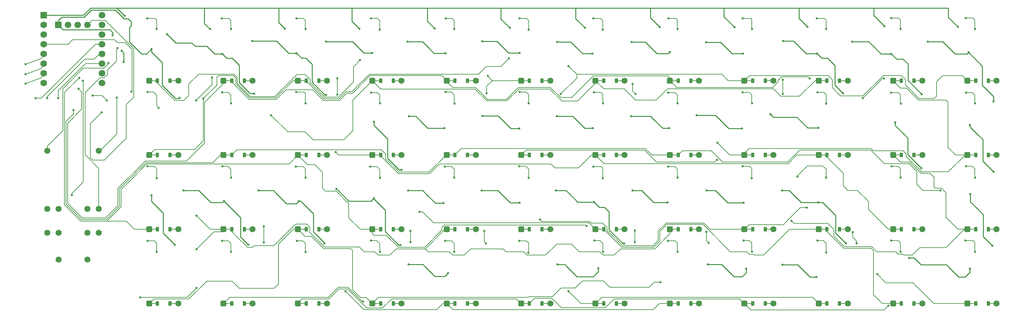
<source format=gbr>
%TF.GenerationSoftware,KiCad,Pcbnew,9.0.2+dfsg-1*%
%TF.CreationDate,2025-11-03T11:46:04-05:00*%
%TF.ProjectId,4x12,34783132-2e6b-4696-9361-645f70636258,rev?*%
%TF.SameCoordinates,Original*%
%TF.FileFunction,Copper,L1,Top*%
%TF.FilePolarity,Positive*%
%FSLAX46Y46*%
G04 Gerber Fmt 4.6, Leading zero omitted, Abs format (unit mm)*
G04 Created by KiCad (PCBNEW 9.0.2+dfsg-1) date 2025-11-03 11:46:04*
%MOMM*%
%LPD*%
G01*
G04 APERTURE LIST*
G04 Aperture macros list*
%AMRoundRect*
0 Rectangle with rounded corners*
0 $1 Rounding radius*
0 $2 $3 $4 $5 $6 $7 $8 $9 X,Y pos of 4 corners*
0 Add a 4 corners polygon primitive as box body*
4,1,4,$2,$3,$4,$5,$6,$7,$8,$9,$2,$3,0*
0 Add four circle primitives for the rounded corners*
1,1,$1+$1,$2,$3*
1,1,$1+$1,$4,$5*
1,1,$1+$1,$6,$7*
1,1,$1+$1,$8,$9*
0 Add four rect primitives between the rounded corners*
20,1,$1+$1,$2,$3,$4,$5,0*
20,1,$1+$1,$4,$5,$6,$7,0*
20,1,$1+$1,$6,$7,$8,$9,0*
20,1,$1+$1,$8,$9,$2,$3,0*%
G04 Aperture macros list end*
%TA.AperFunction,ComponentPad*%
%ADD10RoundRect,0.250000X-0.500003X-0.499997X0.499997X-0.500003X0.500003X0.499997X-0.499997X0.500003X0*%
%TD*%
%TA.AperFunction,SMDPad,CuDef*%
%ADD11RoundRect,0.225000X-0.225002X-0.374999X0.224998X-0.375001X0.225002X0.374999X-0.224998X0.375001X0*%
%TD*%
%TA.AperFunction,ComponentPad*%
%ADD12C,1.600000*%
%TD*%
%TA.AperFunction,ComponentPad*%
%ADD13R,1.700000X1.700000*%
%TD*%
%TA.AperFunction,ComponentPad*%
%ADD14C,1.700000*%
%TD*%
%TA.AperFunction,ComponentPad*%
%ADD15C,1.752600*%
%TD*%
%TA.AperFunction,ComponentPad*%
%ADD16R,1.752600X1.752600*%
%TD*%
%TA.AperFunction,ViaPad*%
%ADD17C,0.600000*%
%TD*%
%TA.AperFunction,Conductor*%
%ADD18C,0.250000*%
%TD*%
%TA.AperFunction,Conductor*%
%ADD19C,0.200000*%
%TD*%
G04 APERTURE END LIST*
D10*
%TO.P,D14,1*%
%TO.N,P1*%
X167116439Y-80381508D03*
D11*
X169276433Y-80381490D03*
%TO.P,D14,2*%
%TO.N,H16*%
X172576441Y-80381460D03*
D12*
X174736435Y-80381442D03*
%TD*%
D13*
%TO.P,REF\u002A\u002A,1*%
%TO.N,G*%
X26613801Y-46241089D03*
D14*
%TO.P,REF\u002A\u002A,2*%
%TO.N,3V*%
X29153801Y-46241089D03*
%TO.P,REF\u002A\u002A,3*%
%TO.N,SCL*%
X31693801Y-46241089D03*
%TO.P,REF\u002A\u002A,4*%
%TO.N,SDA*%
X34233801Y-46241088D03*
%TD*%
D10*
%TO.P,D14,1*%
%TO.N,P6*%
X69836200Y-60881507D03*
D11*
X71996194Y-60881489D03*
%TO.P,D14,2*%
%TO.N,H01*%
X75296202Y-60881459D03*
D12*
X77456196Y-60881441D03*
%TD*%
D10*
%TO.P,D14,1*%
%TO.N,P2*%
X147660200Y-60881507D03*
D11*
X149820194Y-60881489D03*
%TO.P,D14,2*%
%TO.N,H05*%
X153120202Y-60881459D03*
D12*
X155280196Y-60881441D03*
%TD*%
D15*
%TO.P,,22*%
%TO.N,P6*%
X38043800Y-48781089D03*
%TD*%
%TO.P,,23*%
%TO.N,P5*%
X38043800Y-46241089D03*
%TD*%
D10*
%TO.P,D14,1*%
%TO.N,P6*%
X128204200Y-60881507D03*
D11*
X130364194Y-60881489D03*
%TO.P,D14,2*%
%TO.N,H04*%
X133664202Y-60881459D03*
D12*
X135824196Y-60881441D03*
%TD*%
D10*
%TO.P,D14,1*%
%TO.N,P7*%
X186572439Y-80381506D03*
D11*
X188732433Y-80381488D03*
%TO.P,D14,2*%
%TO.N,H17*%
X192032441Y-80381458D03*
D12*
X194192435Y-80381440D03*
%TD*%
D10*
%TO.P,D14,1*%
%TO.N,P3*%
X50380439Y-80381507D03*
D11*
X52540433Y-80381489D03*
%TO.P,D14,2*%
%TO.N,H10*%
X55840441Y-80381459D03*
D12*
X58000435Y-80381441D03*
%TD*%
D10*
%TO.P,D14,1*%
%TO.N,P3*%
X167116653Y-119337513D03*
D11*
X169276647Y-119337495D03*
%TO.P,D14,2*%
%TO.N,H36*%
X172576655Y-119337465D03*
D12*
X174736649Y-119337447D03*
%TD*%
D10*
%TO.P,D14,1*%
%TO.N,P0*%
X225484200Y-60881507D03*
D11*
X227644194Y-60881489D03*
%TO.P,D14,2*%
%TO.N,H09*%
X230944202Y-60881459D03*
D12*
X233104196Y-60881441D03*
%TD*%
D15*
%TO.P,,19*%
%TO.N,CONN_C*%
X38043801Y-56401088D03*
%TD*%
%TO.P,,20*%
%TO.N,CONN_B*%
X38043801Y-53861089D03*
%TD*%
D10*
%TO.P,D14,1*%
%TO.N,P5*%
X108748652Y-119337513D03*
D11*
X110908646Y-119337495D03*
%TO.P,D14,2*%
%TO.N,H33*%
X114208654Y-119337465D03*
D12*
X116368648Y-119337447D03*
%TD*%
D10*
%TO.P,D14,1*%
%TO.N,P5*%
X147660440Y-80381507D03*
D11*
X149820434Y-80381489D03*
%TO.P,D14,2*%
%TO.N,H15*%
X153120442Y-80381459D03*
D12*
X155280436Y-80381441D03*
%TD*%
D10*
%TO.P,D14,1*%
%TO.N,P2*%
X69836653Y-119337514D03*
D11*
X71996647Y-119337496D03*
%TO.P,D14,2*%
%TO.N,H31*%
X75296655Y-119337466D03*
D12*
X77456649Y-119337448D03*
%TD*%
D16*
%TO.P,,1*%
%TO.N,5V*%
X22803800Y-43701089D03*
%TD*%
D15*
%TO.P,,3*%
%TO.N,3V*%
X22803801Y-48781088D03*
%TD*%
D10*
%TO.P,D14,1*%
%TO.N,P0*%
X108748201Y-60881507D03*
D11*
X110908195Y-60881489D03*
%TO.P,D14,2*%
%TO.N,H03*%
X114208203Y-60881459D03*
D12*
X116368197Y-60881441D03*
%TD*%
D10*
%TO.P,D14,1*%
%TO.N,P4*%
X264396439Y-80381507D03*
D11*
X266556433Y-80381489D03*
%TO.P,D14,2*%
%TO.N,H111*%
X269856441Y-80381459D03*
D12*
X272016435Y-80381441D03*
%TD*%
D10*
%TO.P,D14,1*%
%TO.N,P4*%
X108748652Y-99881512D03*
D11*
X110908646Y-99881494D03*
%TO.P,D14,2*%
%TO.N,H23*%
X114208654Y-99881464D03*
D12*
X116368648Y-99881446D03*
%TD*%
D15*
%TO.P,,5*%
%TO.N,P2*%
X22803800Y-53861089D03*
%TD*%
D10*
%TO.P,D14,1*%
%TO.N,P5*%
X244940439Y-80381507D03*
D11*
X247100433Y-80381489D03*
%TO.P,D14,2*%
%TO.N,H110*%
X250400441Y-80381459D03*
D12*
X252560435Y-80381441D03*
%TD*%
D10*
%TO.P,D14,1*%
%TO.N,P7*%
X147660652Y-119337513D03*
D11*
X149820646Y-119337495D03*
%TO.P,D14,2*%
%TO.N,H35*%
X153120654Y-119337465D03*
D12*
X155280648Y-119337447D03*
%TD*%
D10*
%TO.P,D14,1*%
%TO.N,P0*%
X167116200Y-60881508D03*
D11*
X169276194Y-60881490D03*
%TO.P,D14,2*%
%TO.N,H06*%
X172576202Y-60881460D03*
D12*
X174736196Y-60881442D03*
%TD*%
D10*
%TO.P,D14,1*%
%TO.N,P4*%
X50380653Y-99881513D03*
D11*
X52540647Y-99881495D03*
%TO.P,D14,2*%
%TO.N,H20*%
X55840655Y-99881465D03*
D12*
X58000649Y-99881447D03*
%TD*%
D10*
%TO.P,D14,1*%
%TO.N,P1*%
X225484439Y-80381507D03*
D11*
X227644433Y-80381489D03*
%TO.P,D14,2*%
%TO.N,H19*%
X230944441Y-80381459D03*
D12*
X233104435Y-80381441D03*
%TD*%
D10*
%TO.P,D14,1*%
%TO.N,P3*%
X89292200Y-60881507D03*
D11*
X91452194Y-60881489D03*
%TO.P,D14,2*%
%TO.N,H02*%
X94752202Y-60881459D03*
D12*
X96912196Y-60881441D03*
%TD*%
D10*
%TO.P,D14,1*%
%TO.N,P1*%
X128204652Y-119337513D03*
D11*
X130364646Y-119337495D03*
%TO.P,D14,2*%
%TO.N,H34*%
X133664654Y-119337465D03*
D12*
X135824648Y-119337447D03*
%TD*%
D10*
%TO.P,D14,1*%
%TO.N,P6*%
X206028652Y-99881513D03*
D11*
X208188646Y-99881495D03*
%TO.P,D14,2*%
%TO.N,H28*%
X211488654Y-99881465D03*
D12*
X213648648Y-99881447D03*
%TD*%
D15*
%TO.P,,4*%
%TO.N,P3*%
X22803800Y-51321090D03*
%TD*%
%TO.P,,24*%
%TO.N,P4*%
X38043800Y-43701089D03*
%TD*%
D10*
%TO.P,D14,1*%
%TO.N,P2*%
X167116653Y-99881513D03*
D11*
X169276647Y-99881495D03*
%TO.P,D14,2*%
%TO.N,H26*%
X172576655Y-99881465D03*
D12*
X174736649Y-99881447D03*
%TD*%
D15*
%TO.P,,7*%
%TO.N,P0*%
X22803800Y-58941088D03*
%TD*%
D10*
%TO.P,D14,1*%
%TO.N,P7*%
X89292652Y-119337513D03*
D11*
X91452646Y-119337495D03*
%TO.P,D14,2*%
%TO.N,H32*%
X94752654Y-119337465D03*
D12*
X96912648Y-119337447D03*
%TD*%
D10*
%TO.P,D14,1*%
%TO.N,P0*%
X128204652Y-99881513D03*
D11*
X130364646Y-99881495D03*
%TO.P,D14,2*%
%TO.N,H24*%
X133664654Y-99881465D03*
D12*
X135824648Y-99881447D03*
%TD*%
D10*
%TO.P,D14,1*%
%TO.N,P5*%
X50380652Y-119337513D03*
D11*
X52540646Y-119337495D03*
%TO.P,D14,2*%
%TO.N,H30*%
X55840654Y-119337465D03*
D12*
X58000648Y-119337447D03*
%TD*%
D10*
%TO.P,D14,1*%
%TO.N,P5*%
X89292652Y-99881513D03*
D11*
X91452646Y-99881495D03*
%TO.P,D14,2*%
%TO.N,H22*%
X94752654Y-99881465D03*
D12*
X96912648Y-99881447D03*
%TD*%
D10*
%TO.P,D14,1*%
%TO.N,P2*%
X244940652Y-119337513D03*
D11*
X247100646Y-119337495D03*
%TO.P,D14,2*%
%TO.N,H310*%
X250400654Y-119337465D03*
D12*
X252560648Y-119337447D03*
%TD*%
D10*
%TO.P,D14,1*%
%TO.N,P3*%
X225484652Y-119337513D03*
D11*
X227644646Y-119337495D03*
%TO.P,D14,2*%
%TO.N,H39*%
X230944654Y-119337465D03*
D12*
X233104648Y-119337447D03*
%TD*%
D10*
%TO.P,D14,1*%
%TO.N,P7*%
X206028652Y-119337513D03*
D11*
X208188646Y-119337495D03*
%TO.P,D14,2*%
%TO.N,H38*%
X211488654Y-119337465D03*
D12*
X213648648Y-119337447D03*
%TD*%
D10*
%TO.P,D14,1*%
%TO.N,P1*%
X186572652Y-119337514D03*
D11*
X188732646Y-119337496D03*
%TO.P,D14,2*%
%TO.N,H37*%
X192032654Y-119337466D03*
D12*
X194192648Y-119337448D03*
%TD*%
D10*
%TO.P,D14,1*%
%TO.N,P3*%
X264396200Y-60881507D03*
D11*
X266556194Y-60881489D03*
%TO.P,D14,2*%
%TO.N,H011*%
X269856202Y-60881459D03*
D12*
X272016196Y-60881441D03*
%TD*%
D10*
%TO.P,D14,1*%
%TO.N,P7*%
X128204439Y-80381507D03*
D11*
X130364433Y-80381489D03*
%TO.P,D14,2*%
%TO.N,H14*%
X133664441Y-80381459D03*
D12*
X135824435Y-80381441D03*
%TD*%
D15*
%TO.P,,6*%
%TO.N,P1*%
X22803800Y-56401089D03*
%TD*%
%TO.P,,18*%
%TO.N,LED*%
X38043800Y-58941089D03*
%TD*%
%TO.P,,17*%
%TO.N,N/C*%
X38043800Y-61481090D03*
%TD*%
%TO.P,,8*%
%TO.N,N/C*%
X22803801Y-61481089D03*
%TD*%
D10*
%TO.P,D14,1*%
%TO.N,P1*%
X108748439Y-80381507D03*
D11*
X110908433Y-80381489D03*
%TO.P,D14,2*%
%TO.N,H13*%
X114208441Y-80381459D03*
D12*
X116368435Y-80381441D03*
%TD*%
D10*
%TO.P,D14,1*%
%TO.N,P3*%
X206028200Y-60881507D03*
D11*
X208188194Y-60881489D03*
%TO.P,D14,2*%
%TO.N,H08*%
X211488202Y-60881459D03*
D12*
X213648196Y-60881441D03*
%TD*%
D10*
%TO.P,D14,1*%
%TO.N,P6*%
X264396652Y-119337513D03*
D11*
X266556646Y-119337495D03*
%TO.P,D14,2*%
%TO.N,H311*%
X269856654Y-119337465D03*
D12*
X272016648Y-119337447D03*
%TD*%
D10*
%TO.P,D14,1*%
%TO.N,P5*%
X264396653Y-99881513D03*
D11*
X266556647Y-99881495D03*
%TO.P,D14,2*%
%TO.N,H211*%
X269856655Y-99881465D03*
D12*
X272016649Y-99881447D03*
%TD*%
D10*
%TO.P,D14,1*%
%TO.N,P0*%
X186572652Y-99881513D03*
D11*
X188732646Y-99881495D03*
%TO.P,D14,2*%
%TO.N,H27*%
X192032654Y-99881465D03*
D12*
X194192648Y-99881447D03*
%TD*%
D10*
%TO.P,D14,1*%
%TO.N,P7*%
X69836439Y-80381507D03*
D11*
X71996433Y-80381489D03*
%TO.P,D14,2*%
%TO.N,H11*%
X75296441Y-80381459D03*
D12*
X77456435Y-80381441D03*
%TD*%
D10*
%TO.P,D14,1*%
%TO.N,P2*%
X225484652Y-99881513D03*
D11*
X227644646Y-99881495D03*
%TO.P,D14,2*%
%TO.N,H29*%
X230944654Y-99881465D03*
D12*
X233104648Y-99881447D03*
%TD*%
D10*
%TO.P,D14,1*%
%TO.N,P6*%
X186572200Y-60881508D03*
D11*
X188732194Y-60881490D03*
%TO.P,D14,2*%
%TO.N,H07*%
X192032202Y-60881460D03*
D12*
X194192196Y-60881442D03*
%TD*%
D15*
%TO.P,,2*%
%TO.N,G*%
X22803800Y-46241089D03*
%TD*%
D10*
%TO.P,D14,1*%
%TO.N,P6*%
X147660652Y-99881513D03*
D11*
X149820646Y-99881495D03*
%TO.P,D14,2*%
%TO.N,H25*%
X153120654Y-99881465D03*
D12*
X155280648Y-99881447D03*
%TD*%
D10*
%TO.P,D14,1*%
%TO.N,P4*%
X206028440Y-80381506D03*
D11*
X208188434Y-80381488D03*
%TO.P,D14,2*%
%TO.N,H18*%
X211488442Y-80381458D03*
D12*
X213648436Y-80381440D03*
%TD*%
D15*
%TO.P,,21*%
%TO.N,CONN_A*%
X38043800Y-51321089D03*
%TD*%
D10*
%TO.P,D14,1*%
%TO.N,P1*%
X244940652Y-99881513D03*
D11*
X247100646Y-99881495D03*
%TO.P,D14,2*%
%TO.N,H210*%
X250400654Y-99881465D03*
D12*
X252560648Y-99881447D03*
%TD*%
D10*
%TO.P,D14,1*%
%TO.N,P0*%
X69836652Y-99881514D03*
D11*
X71996646Y-99881496D03*
%TO.P,D14,2*%
%TO.N,H21*%
X75296654Y-99881466D03*
D12*
X77456648Y-99881448D03*
%TD*%
D10*
%TO.P,D14,1*%
%TO.N,P4*%
X89292439Y-80381507D03*
D11*
X91452433Y-80381489D03*
%TO.P,D14,2*%
%TO.N,H12*%
X94752441Y-80381459D03*
D12*
X96912435Y-80381441D03*
%TD*%
D10*
%TO.P,D14,1*%
%TO.N,P4*%
X244940200Y-60881507D03*
D11*
X247100194Y-60881489D03*
%TO.P,D14,2*%
%TO.N,H010*%
X250400202Y-60881459D03*
D12*
X252560196Y-60881441D03*
%TD*%
D10*
%TO.P,D14,1*%
%TO.N,P2*%
X50380200Y-60881507D03*
D11*
X52540194Y-60881489D03*
%TO.P,D14,2*%
%TO.N,H00*%
X55840202Y-60881459D03*
D12*
X58000196Y-60881441D03*
%TD*%
%TO.P,,4*%
%TO.N,O+*%
X23717525Y-100770501D03*
%TD*%
%TO.P,,4*%
%TO.N,B-*%
X34212513Y-100770558D03*
%TD*%
%TO.P,,4*%
%TO.N,B+*%
X26722521Y-100770505D03*
%TD*%
%TO.P,,4*%
%TO.N,O+*%
X23717525Y-94510500D03*
%TD*%
%TO.P,,4*%
%TO.N,O-*%
X37217529Y-100770592D03*
%TD*%
%TO.P,,4*%
%TO.N,B+*%
X26722521Y-94510506D03*
%TD*%
%TO.P,,4*%
%TO.N,I-*%
X37217678Y-79280576D03*
%TD*%
%TO.P,,4*%
%TO.N,B+*%
X26727634Y-107835508D03*
%TD*%
%TO.P,,4*%
%TO.N,I+*%
X23717674Y-79280499D03*
%TD*%
%TO.P,,4*%
%TO.N,B-*%
X34217625Y-107835560D03*
%TD*%
%TO.P,,4*%
%TO.N,B-*%
X34212513Y-94510559D03*
%TD*%
%TO.P,,4*%
%TO.N,O-*%
X37217529Y-94510593D03*
%TD*%
D17*
%TO.N,5V*%
X144710000Y-47020000D03*
X242670000Y-46560000D03*
X85860000Y-47280000D03*
X125047669Y-47157218D03*
X203450000Y-46880000D03*
X261890000Y-46760000D03*
X43967133Y-43855178D03*
X164360000Y-47050000D03*
X183910000Y-46880000D03*
X222556439Y-46766439D03*
X66287927Y-47400541D03*
X105341420Y-47241420D03*
%TO.N,G*%
X264670000Y-53480000D03*
X157130000Y-109100000D03*
X206540000Y-110190000D03*
X147200000Y-73430000D03*
X40880000Y-48980000D03*
X127410000Y-93000000D03*
X196170000Y-89690000D03*
X109140000Y-91750000D03*
X249140000Y-107390000D03*
X270900000Y-104180000D03*
X225100000Y-53790000D03*
X128550000Y-111330000D03*
X96207820Y-103561482D03*
X245510000Y-71860000D03*
X254030000Y-50630000D03*
X76280000Y-103880000D03*
X118010000Y-50670000D03*
X205400000Y-73460000D03*
X127630000Y-73320000D03*
X96660000Y-64603397D03*
X196490000Y-109100000D03*
X205720000Y-53790000D03*
X271240000Y-66360000D03*
X137490000Y-70130000D03*
X252346338Y-83850000D03*
X205850000Y-92880000D03*
X232610000Y-103561482D03*
X43760000Y-55970000D03*
X264998414Y-110171378D03*
X109160000Y-71700000D03*
X147280000Y-92940000D03*
X116150000Y-103960405D03*
X174600746Y-103559405D03*
X166730000Y-92730000D03*
X69940000Y-92450000D03*
X216000000Y-109180000D03*
X96660000Y-50700000D03*
X50980000Y-90940000D03*
X167841688Y-110137522D03*
X185990000Y-92820000D03*
X265040000Y-72510000D03*
X166320000Y-53830000D03*
X225400000Y-92850000D03*
X176460000Y-70190000D03*
X157000000Y-70240000D03*
X118160000Y-89690000D03*
X77850000Y-64290000D03*
X89500000Y-92490000D03*
X265159659Y-90666621D03*
X156760000Y-89660000D03*
X216150000Y-50490000D03*
X231870000Y-64220000D03*
X252400000Y-64430000D03*
X212890000Y-69750000D03*
X58390000Y-65405397D03*
X116370000Y-84259000D03*
X157090000Y-50740000D03*
X79000000Y-89730000D03*
X166390000Y-73380000D03*
X59400000Y-89710000D03*
X57100000Y-103910000D03*
X147260000Y-53620000D03*
X215950000Y-89720000D03*
X244480000Y-53860000D03*
X193600000Y-69950000D03*
X137530000Y-50600000D03*
X77320000Y-50530000D03*
X224870000Y-112370000D03*
X186380000Y-73380000D03*
X99318678Y-89250000D03*
X55090000Y-48700000D03*
X88970000Y-53720000D03*
X137390000Y-89690000D03*
X271220000Y-84770000D03*
X186550000Y-53340000D03*
X234260000Y-50670000D03*
X196030000Y-50810000D03*
X69520000Y-53860000D03*
X225380000Y-73290000D03*
X176580000Y-50740000D03*
X108740000Y-53620000D03*
X127880000Y-53690000D03*
X118220000Y-109110000D03*
X50970000Y-52580000D03*
X118350000Y-70240000D03*
X43180000Y-53050000D03*
X176800000Y-89690000D03*
%TO.N,P3*%
X160056130Y-57060285D03*
X160056614Y-116118531D03*
X64521252Y-65604517D03*
X45710000Y-63810000D03*
X144462030Y-55100285D03*
X158021252Y-64400285D03*
X138461252Y-103610286D03*
X138051252Y-100280285D03*
%TO.N,P2*%
X138926252Y-59655285D03*
X106407638Y-118782657D03*
X121144614Y-95290000D03*
X138635914Y-64209812D03*
X118736252Y-100255286D03*
X18052573Y-56580285D03*
X105550029Y-55500285D03*
X118771252Y-103230285D03*
%TO.N,P1*%
X99621252Y-64530285D03*
X80401950Y-103299587D03*
X99205463Y-79645463D03*
X99619691Y-60278724D03*
X80396253Y-99125285D03*
X18052573Y-59191573D03*
X101688615Y-116118530D03*
%TO.N,P0*%
X82232345Y-69930000D03*
X62776614Y-115300285D03*
X66845650Y-60086154D03*
X18052573Y-61660104D03*
X62672586Y-66070485D03*
X62776614Y-96300558D03*
X62739716Y-105093354D03*
X48039638Y-117760285D03*
%TO.N,P4*%
X177380000Y-103210000D03*
X176855158Y-61735158D03*
X198968346Y-77162581D03*
X32091611Y-60118389D03*
X164775639Y-99000000D03*
X177385386Y-100205388D03*
X177590000Y-64400000D03*
X164775639Y-99000000D03*
%TO.N,P5*%
X196130000Y-100490000D03*
X218424614Y-97685386D03*
X184070000Y-113780000D03*
X196670000Y-103400000D03*
X33071450Y-60881450D03*
X30190000Y-90900000D03*
X198882515Y-81616380D03*
X216140000Y-64390000D03*
X216095000Y-60685000D03*
%TO.N,P6*%
X222350000Y-94210000D03*
X237020000Y-65470000D03*
X235440000Y-103540000D03*
X240800000Y-111630000D03*
X242599154Y-60326619D03*
X152640000Y-97300000D03*
X223143154Y-60326619D03*
X234415000Y-100575000D03*
X31950000Y-63060000D03*
%TO.N,SDA*%
X37972513Y-69220558D03*
%TO.N,SCL*%
X35571909Y-64832798D03*
X39278626Y-66104446D03*
%TO.N,P7*%
X257336614Y-89700000D03*
X243690651Y-119937513D03*
X30572513Y-68620558D03*
%TO.N,LED*%
X52375409Y-47337916D03*
X49929344Y-44531569D03*
%TO.N,CONN_A*%
X20680433Y-65465558D03*
%TO.N,CONN_B*%
X23752514Y-65465558D03*
%TO.N,CONN_C*%
X26592514Y-65465558D03*
%TO.N,L0*%
X71831408Y-47337916D03*
X69354845Y-44531569D03*
%TO.N,L1*%
X88906171Y-44531568D03*
X91287408Y-47337916D03*
%TO.N,L2*%
X110691108Y-47509209D03*
X108388447Y-44531568D03*
%TO.N,L3*%
X130199408Y-47337917D03*
X127956006Y-44531567D03*
%TO.N,L4*%
X147260233Y-44531568D03*
X149603108Y-47509209D03*
%TO.N,L5*%
X169059109Y-47509209D03*
X166552002Y-44531570D03*
%TO.N,L6*%
X186243108Y-44531567D03*
X188564938Y-47350336D03*
%TO.N,L7*%
X208023408Y-47337916D03*
X205638097Y-44531568D03*
%TO.N,L8*%
X225018706Y-44531569D03*
X227479408Y-47337916D03*
%TO.N,L9*%
X244462513Y-44520558D03*
X246935408Y-47337916D03*
%TO.N,L10*%
X266383390Y-47378229D03*
X263912514Y-44500558D03*
%TO.N,L11*%
X266401967Y-66856309D03*
X264032512Y-64031530D03*
%TO.N,L12*%
X246991485Y-66932593D03*
X244383796Y-64031532D03*
%TO.N,L13*%
X225152514Y-63970557D03*
X227453815Y-66945774D03*
%TO.N,L14*%
X208023623Y-66837878D03*
X205632514Y-63970558D03*
%TO.N,L15*%
X188567623Y-66837878D03*
X186142513Y-64000558D03*
%TO.N,L16*%
X166752513Y-63930558D03*
X169111623Y-66837877D03*
%TO.N,L17*%
X149655316Y-66839427D03*
X147242514Y-63860558D03*
%TO.N,L18*%
X130252999Y-66928614D03*
X127852514Y-63910558D03*
%TO.N,L19*%
X110743624Y-66837878D03*
X108432514Y-64031529D03*
%TO.N,L20*%
X91287623Y-66837878D03*
X88862514Y-63860558D03*
%TO.N,L21*%
X71831623Y-66837878D03*
X69462513Y-63950558D03*
%TO.N,L22*%
X52861976Y-68002565D03*
X49942513Y-63840558D03*
%TO.N,L23*%
X49962513Y-83380558D03*
X52323592Y-86509180D03*
%TO.N,L24*%
X71831892Y-86337885D03*
X69532513Y-83310558D03*
%TO.N,L25*%
X91287892Y-86337886D03*
X88782514Y-83400558D03*
%TO.N,L26*%
X110756861Y-86360925D03*
X108272513Y-83420558D03*
%TO.N,L27*%
X127722513Y-83400558D03*
X130199893Y-86337885D03*
%TO.N,L28*%
X149653131Y-86351770D03*
X147192513Y-83360558D03*
%TO.N,L29*%
X169059592Y-86509179D03*
X166552513Y-83400557D03*
%TO.N,L30*%
X186142513Y-83430558D03*
X188567892Y-86337886D03*
%TO.N,L31*%
X205592513Y-83320558D03*
X207971593Y-86509179D03*
%TO.N,L32*%
X227479893Y-86337886D03*
X219881260Y-86011747D03*
%TO.N,L33*%
X246935892Y-86337887D03*
X244532513Y-83340559D03*
%TO.N,L34*%
X266391892Y-86337887D03*
X264002513Y-83360559D03*
%TO.N,L35*%
X263852513Y-102850558D03*
X266391892Y-105793886D03*
%TO.N,L36*%
X244492513Y-102830558D03*
X246935892Y-105793886D03*
%TO.N,L37*%
X227444137Y-105928562D03*
X225132513Y-102830558D03*
%TO.N,L38*%
X208023892Y-105793886D03*
X205832513Y-102810557D03*
%TO.N,L39*%
X186052513Y-102900558D03*
X188567894Y-105793886D03*
%TO.N,L40*%
X166822513Y-102840558D03*
X169111892Y-105793886D03*
%TO.N,L41*%
X149559741Y-106037773D03*
X147212514Y-102900558D03*
%TO.N,L42*%
X127762513Y-102860557D03*
X130199893Y-105793886D03*
%TO.N,L43*%
X108432514Y-102810557D03*
X110752513Y-105820558D03*
%TO.N,L44*%
X88982514Y-102880558D03*
X91280836Y-105829363D03*
%TO.N,L45*%
X71831892Y-105793886D03*
X69462513Y-102860558D03*
%TO.N,L46*%
X49962514Y-102880558D03*
X52375892Y-105793886D03*
%TO.N,I+*%
X39722514Y-56240558D03*
%TO.N,O-*%
X42142514Y-52380559D03*
%TO.N,I-*%
X41962513Y-65280558D03*
%TD*%
D18*
%TO.N,5V*%
X161950000Y-44640000D02*
X164360000Y-47050000D01*
X200720000Y-41832601D02*
X220340000Y-41832601D01*
X103450000Y-45350000D02*
X105341420Y-47241420D01*
X142390000Y-41832601D02*
X142390000Y-44700000D01*
X41020000Y-41832601D02*
X64800000Y-41832601D01*
X33171982Y-43701089D02*
X22803800Y-43701089D01*
X123120000Y-41832601D02*
X142390000Y-41832601D01*
X84240000Y-41832601D02*
X103450000Y-41832601D01*
X84240000Y-45660000D02*
X85860000Y-47280000D01*
X259400000Y-41832408D02*
X259400000Y-44270000D01*
X181460000Y-41832601D02*
X181460000Y-44430000D01*
X239920000Y-43810000D02*
X242670000Y-46560000D01*
X249282601Y-41832601D02*
X249282785Y-41832417D01*
X43967133Y-43855178D02*
X41944555Y-41832600D01*
X64800000Y-45912614D02*
X66287927Y-47400541D01*
X64800000Y-41832601D02*
X64800000Y-45912614D01*
X220340000Y-44550000D02*
X222556439Y-46766439D01*
X142390000Y-44700000D02*
X144710000Y-47020000D01*
X181460000Y-41832601D02*
X200720000Y-41832601D01*
X84240000Y-41832601D02*
X84240000Y-45660000D01*
X125047669Y-47217669D02*
X125047669Y-47157218D01*
X220340000Y-41832601D02*
X239920000Y-41832601D01*
X200720000Y-41832601D02*
X200720000Y-44150000D01*
X41020000Y-41832601D02*
X35040466Y-41832605D01*
X161950000Y-41832601D02*
X181460000Y-41832601D01*
X161950000Y-41832601D02*
X161950000Y-44640000D01*
X103450000Y-41832601D02*
X103450000Y-45350000D01*
X64800000Y-41832601D02*
X84240000Y-41832601D01*
X220340000Y-41832601D02*
X220340000Y-44550000D01*
X200720000Y-44150000D02*
X203450000Y-46880000D01*
X41944555Y-41832600D02*
X41020000Y-41832601D01*
X239920000Y-41832601D02*
X239920000Y-43810000D01*
X239920000Y-41832601D02*
X249282601Y-41832601D01*
X123120000Y-45290000D02*
X125047669Y-47217669D01*
X123120000Y-41832601D02*
X123120000Y-45290000D01*
X249282785Y-41832417D02*
X259400000Y-41832408D01*
X142390000Y-41832601D02*
X161950000Y-41832601D01*
X259400000Y-44270000D02*
X261890000Y-46760000D01*
X181460000Y-44430000D02*
X183910000Y-46880000D01*
X35040466Y-41832605D02*
X33171982Y-43701089D01*
X103450000Y-41832601D02*
X123120000Y-41832601D01*
%TO.N,G*%
X92986000Y-56606000D02*
X91400000Y-55020000D01*
X250480000Y-107390000D02*
X251470000Y-108380000D01*
X69560000Y-92830000D02*
X69940000Y-92450000D01*
X229916000Y-96236000D02*
X226530000Y-92850000D01*
X109160000Y-72610000D02*
X109160000Y-71700000D01*
X77320000Y-50530000D02*
X83710000Y-50530000D01*
X227820000Y-54990000D02*
X226300000Y-54990000D01*
X205470000Y-112290000D02*
X206340000Y-111420000D01*
X45248513Y-46931487D02*
X45680000Y-46500000D01*
X69520000Y-53860000D02*
X67510000Y-53860000D01*
X231870000Y-64220000D02*
X229730000Y-62080000D01*
X96207820Y-103561482D02*
X96207820Y-103417820D01*
X241740000Y-53860000D02*
X244480000Y-53860000D01*
X112686000Y-81185734D02*
X112686000Y-76136000D01*
X181210000Y-51830000D02*
X183140000Y-53760000D01*
X122010000Y-109110000D02*
X122650000Y-109750000D01*
X266880000Y-94390000D02*
X265159659Y-92669659D01*
X115624747Y-103960405D02*
X116150000Y-103960405D01*
X90030000Y-92490000D02*
X89500000Y-92490000D01*
X50980000Y-92530000D02*
X54070000Y-95620000D01*
X49680000Y-53870000D02*
X48360000Y-53870000D01*
X61540000Y-50980435D02*
X57370435Y-50980435D01*
X185390000Y-53760000D02*
X186130000Y-53760000D01*
X203310000Y-112290000D02*
X205120000Y-112290000D01*
X164290000Y-73380000D02*
X166390000Y-73380000D01*
X118160000Y-89690000D02*
X121910000Y-89690000D01*
X88820000Y-93170000D02*
X89500000Y-92490000D01*
X258980000Y-51720000D02*
X261120000Y-53860000D01*
X268410000Y-81960000D02*
X268410000Y-81030000D01*
X161930000Y-52000000D02*
X163760000Y-53830000D01*
X106530000Y-53620000D02*
X108740000Y-53620000D01*
X67540000Y-92830000D02*
X69560000Y-92830000D01*
X159390000Y-89660000D02*
X160270000Y-90540000D01*
X220890000Y-52500000D02*
X222180000Y-53790000D01*
X198510000Y-89690000D02*
X198980000Y-90160000D01*
X252400000Y-64430000D02*
X248830000Y-60860000D01*
X48360000Y-53870000D02*
X45248513Y-50758513D01*
X122650000Y-109750000D02*
X125110000Y-112210000D01*
X229730000Y-62080000D02*
X229730000Y-56900000D01*
X226530000Y-92850000D02*
X225400000Y-92850000D01*
X264290000Y-53860000D02*
X264670000Y-53480000D01*
X213620397Y-70480397D02*
X219790397Y-70480397D01*
X221050000Y-71740000D02*
X222600000Y-73290000D01*
X118350000Y-70240000D02*
X120160000Y-70240000D01*
X168060000Y-94060000D02*
X166730000Y-92730000D01*
X267000000Y-74940000D02*
X265040000Y-72980000D01*
X179200000Y-89690000D02*
X179610000Y-90100000D01*
X245860000Y-55240000D02*
X244480000Y-53860000D01*
X53800000Y-62115020D02*
X53800000Y-60420000D01*
X112092171Y-100427829D02*
X115624747Y-103960405D01*
X176580000Y-50740000D02*
X180120000Y-50740000D01*
X216000000Y-109180000D02*
X220030000Y-109180000D01*
X247640000Y-74810000D02*
X245510000Y-72680000D01*
X181470000Y-70190000D02*
X182520000Y-71240000D01*
X252346338Y-83850000D02*
X248816000Y-80319662D01*
X239850000Y-51970000D02*
X241740000Y-53860000D01*
X50970000Y-52580000D02*
X49680000Y-53870000D01*
X163760000Y-53830000D02*
X166320000Y-53830000D01*
X141330000Y-50600000D02*
X142100000Y-51370000D01*
X124860000Y-53690000D02*
X127880000Y-53690000D01*
X43760000Y-55970000D02*
X43760000Y-53630000D01*
X222600000Y-73290000D02*
X225380000Y-73290000D01*
X271220000Y-84770000D02*
X268410000Y-81960000D01*
X86330000Y-93170000D02*
X87610000Y-93170000D01*
X43805946Y-44650000D02*
X41489547Y-42333601D01*
X265159659Y-92669659D02*
X265159659Y-90666621D01*
X65480000Y-51830000D02*
X62389565Y-51830000D01*
X170670000Y-95250000D02*
X169480000Y-94060000D01*
X166030000Y-112270000D02*
X166530000Y-112270000D01*
X125220000Y-93000000D02*
X127410000Y-93000000D01*
X265040000Y-72980000D02*
X265040000Y-72510000D01*
X142100000Y-51370000D02*
X144350000Y-53620000D01*
X96660000Y-64603397D02*
X96334577Y-64603397D01*
X184660000Y-73380000D02*
X186380000Y-73380000D01*
X56832490Y-65147510D02*
X53800000Y-62115020D01*
X123080000Y-90860000D02*
X125220000Y-93000000D01*
X229730000Y-56900000D02*
X227820000Y-54990000D01*
X87610000Y-93170000D02*
X88820000Y-93170000D01*
X57264377Y-65579397D02*
X56832490Y-65147510D01*
X159480000Y-109500000D02*
X162250000Y-112270000D01*
X115759266Y-84259000D02*
X113840133Y-82339867D01*
X161800000Y-70890000D02*
X164290000Y-73380000D01*
X137490000Y-70130000D02*
X141700000Y-70130000D01*
X53800000Y-61215474D02*
X53800000Y-60420000D01*
X176460000Y-70190000D02*
X181470000Y-70190000D01*
X112686000Y-76136000D02*
X111440000Y-74890000D01*
X196490000Y-109100000D02*
X200120000Y-109100000D01*
X262100000Y-112380000D02*
X263770000Y-112380000D01*
X205120000Y-112290000D02*
X205470000Y-112290000D01*
X45248513Y-50758513D02*
X45248513Y-46931487D01*
X268290000Y-57100000D02*
X264670000Y-53480000D01*
X174239405Y-103559405D02*
X170670000Y-99990000D01*
X62389565Y-51830000D02*
X61540000Y-50980435D01*
X109140000Y-91750000D02*
X109140000Y-91915539D01*
X70640000Y-54980000D02*
X72090000Y-54980000D01*
X141600000Y-89690000D02*
X142450000Y-90540000D01*
X52680000Y-55040000D02*
X50970000Y-53330000D01*
X264998414Y-111151586D02*
X264998414Y-110171378D01*
X220490000Y-109640000D02*
X223220000Y-112370000D01*
X176800000Y-89690000D02*
X179200000Y-89690000D01*
X54070000Y-100880000D02*
X57100000Y-103910000D01*
X268500000Y-96010000D02*
X266880000Y-94390000D01*
X161150000Y-70240000D02*
X161800000Y-70890000D01*
X102595713Y-92482547D02*
X108407453Y-92482547D01*
X45680000Y-46500000D02*
X45680000Y-45440000D01*
X160270000Y-90540000D02*
X162460000Y-92730000D01*
X248816000Y-75986000D02*
X247640000Y-74810000D01*
X126630000Y-112210000D02*
X127670000Y-112210000D01*
X258310000Y-109180000D02*
X258900000Y-109180000D01*
X53800000Y-60000000D02*
X53800000Y-56160000D01*
X248816000Y-80319662D02*
X248816000Y-75986000D01*
X125110000Y-112210000D02*
X126630000Y-112210000D01*
X83630000Y-90470000D02*
X86330000Y-93170000D01*
X53800000Y-56160000D02*
X52680000Y-55040000D01*
X83710000Y-50530000D02*
X84760000Y-51580000D01*
X123350000Y-52180000D02*
X124860000Y-53690000D01*
X41489547Y-42333601D02*
X40240000Y-42333601D01*
X263050000Y-53860000D02*
X264290000Y-53860000D01*
X56924980Y-65240000D02*
X56832490Y-65147510D01*
X174600746Y-103559405D02*
X174239405Y-103559405D01*
X167841688Y-110958312D02*
X167841688Y-110137522D01*
X121480000Y-71560000D02*
X123240000Y-73320000D01*
X193600000Y-69950000D02*
X198460000Y-69950000D01*
X229916000Y-100867482D02*
X229916000Y-96236000D01*
X108407453Y-92482547D02*
X109140000Y-91750000D01*
X142280000Y-70710000D02*
X145000000Y-73430000D01*
X180120000Y-50740000D02*
X181210000Y-51830000D01*
X137530000Y-50600000D02*
X141330000Y-50600000D01*
X93350000Y-100560000D02*
X93350000Y-95810000D01*
X86900000Y-53720000D02*
X88970000Y-53720000D01*
X196170000Y-89690000D02*
X198510000Y-89690000D01*
X198460000Y-69950000D02*
X199980000Y-71470000D01*
X40880000Y-48260000D02*
X40148789Y-47528789D01*
X167330000Y-111470000D02*
X167841688Y-110958312D01*
X254030000Y-50630000D02*
X257890000Y-50630000D01*
X268410000Y-76350000D02*
X267000000Y-74940000D01*
X212890000Y-69750000D02*
X213620397Y-70480397D01*
X206540000Y-111220000D02*
X206540000Y-110190000D01*
X182330000Y-92820000D02*
X185990000Y-92820000D01*
X222180000Y-53790000D02*
X225100000Y-53790000D01*
X67510000Y-53860000D02*
X65480000Y-51830000D01*
X96660000Y-50700000D02*
X103610000Y-50700000D01*
X57370435Y-50980435D02*
X55090000Y-48700000D01*
X268290000Y-62080000D02*
X268290000Y-57100000D01*
X79000000Y-89730000D02*
X82890000Y-89730000D01*
X121840000Y-50670000D02*
X123350000Y-52180000D01*
X44890000Y-44650000D02*
X43805946Y-44650000D01*
X141700000Y-70130000D02*
X142280000Y-70710000D01*
X234260000Y-50670000D02*
X238550000Y-50670000D01*
X145000000Y-73430000D02*
X147200000Y-73430000D01*
X247530000Y-55240000D02*
X245860000Y-55240000D01*
X157090000Y-50740000D02*
X160670000Y-50740000D01*
X218880000Y-50490000D02*
X220890000Y-52500000D01*
X271240000Y-66360000D02*
X271240000Y-65030000D01*
X268500000Y-101780000D02*
X268500000Y-100770000D01*
X263770000Y-112380000D02*
X264998414Y-111151586D01*
X259560000Y-109840000D02*
X262100000Y-112380000D01*
X170670000Y-99990000D02*
X170670000Y-95250000D01*
X64340000Y-90690000D02*
X66480000Y-92830000D01*
X40240000Y-42333601D02*
X35247987Y-42333605D01*
X199980000Y-71470000D02*
X201970000Y-73460000D01*
X200660000Y-51650000D02*
X202800000Y-53790000D01*
X76807366Y-64290000D02*
X77850000Y-64290000D01*
X96334577Y-64603397D02*
X92986000Y-61254820D01*
X58390000Y-65405397D02*
X58216000Y-65579397D01*
X127670000Y-112210000D02*
X128550000Y-111330000D01*
X258900000Y-109180000D02*
X259560000Y-109840000D01*
X257890000Y-50630000D02*
X258980000Y-51720000D01*
X82890000Y-89730000D02*
X83630000Y-90470000D01*
X196030000Y-50810000D02*
X199820000Y-50810000D01*
X113840133Y-82339867D02*
X112686000Y-81185734D01*
X217770000Y-89720000D02*
X215950000Y-89720000D01*
X225400000Y-92850000D02*
X220900000Y-92850000D01*
X270900000Y-104180000D02*
X268500000Y-101780000D01*
X50980000Y-90940000D02*
X50980000Y-92530000D01*
X53800000Y-60420000D02*
X53800000Y-60000000D01*
X268500000Y-100770000D02*
X268500000Y-96010000D01*
X99318678Y-89250000D02*
X99363166Y-89250000D01*
X186130000Y-53760000D02*
X186550000Y-53340000D01*
X182520000Y-71240000D02*
X184660000Y-73380000D01*
X118010000Y-50670000D02*
X121840000Y-50670000D01*
X96207820Y-103417820D02*
X93350000Y-100560000D01*
X220030000Y-109180000D02*
X220490000Y-109640000D01*
X112092171Y-94867711D02*
X112092171Y-100427829D01*
X216150000Y-50490000D02*
X218880000Y-50490000D01*
X74290000Y-101890000D02*
X74290000Y-96800000D01*
X99816000Y-89702834D02*
X102595713Y-92482547D01*
X200120000Y-109100000D02*
X201100000Y-110080000D01*
X220900000Y-92850000D02*
X217770000Y-89720000D01*
X93350000Y-95810000D02*
X90030000Y-92490000D01*
X116370000Y-84259000D02*
X115759266Y-84259000D01*
X271240000Y-65030000D02*
X268290000Y-62080000D01*
X121910000Y-89690000D02*
X123080000Y-90860000D01*
X202800000Y-53790000D02*
X205720000Y-53790000D01*
X54070000Y-95620000D02*
X54070000Y-100880000D01*
X226300000Y-54990000D02*
X225100000Y-53790000D01*
X248830000Y-56540000D02*
X247530000Y-55240000D01*
X76280000Y-103880000D02*
X74290000Y-101890000D01*
X72090000Y-54980000D02*
X73947000Y-56837000D01*
X157000000Y-70240000D02*
X161150000Y-70240000D01*
X183140000Y-53760000D02*
X185390000Y-53760000D01*
X74290000Y-96800000D02*
X69940000Y-92450000D01*
X73947000Y-61429634D02*
X76807366Y-64290000D01*
X261120000Y-53860000D02*
X263050000Y-53860000D01*
X58216000Y-65579397D02*
X57264377Y-65579397D01*
X201100000Y-110080000D02*
X203310000Y-112290000D01*
X252270000Y-109180000D02*
X258310000Y-109180000D01*
X160670000Y-50740000D02*
X161930000Y-52000000D01*
X45680000Y-45440000D02*
X44890000Y-44650000D01*
X249140000Y-107390000D02*
X250480000Y-107390000D01*
X84760000Y-51580000D02*
X86900000Y-53720000D01*
X206340000Y-111420000D02*
X206540000Y-111220000D01*
X144350000Y-53620000D02*
X147260000Y-53620000D01*
X123240000Y-73320000D02*
X127630000Y-73320000D01*
X156760000Y-89660000D02*
X159390000Y-89660000D01*
X40148789Y-47528789D02*
X27901501Y-47528789D01*
X251470000Y-108380000D02*
X252270000Y-109180000D01*
X91400000Y-55020000D02*
X90270000Y-55020000D01*
X111440000Y-74890000D02*
X109160000Y-72610000D01*
X179610000Y-90100000D02*
X182330000Y-92820000D01*
X27901501Y-47528789D02*
X26613801Y-46241089D01*
X27552801Y-44202089D02*
X26613801Y-45141089D01*
X137390000Y-89690000D02*
X141600000Y-89690000D01*
X109140000Y-91915539D02*
X112092171Y-94867711D01*
X238550000Y-50670000D02*
X239850000Y-51970000D01*
X103610000Y-50700000D02*
X106530000Y-53620000D01*
X162250000Y-112270000D02*
X166030000Y-112270000D01*
X169480000Y-94060000D02*
X168060000Y-94060000D01*
X35247987Y-42333605D02*
X33379503Y-44202089D01*
X63360000Y-89710000D02*
X64340000Y-90690000D01*
X26613801Y-45141089D02*
X26613801Y-46241089D01*
X99363166Y-89250000D02*
X99816000Y-89702834D01*
X144850000Y-92940000D02*
X147280000Y-92940000D01*
X198980000Y-90160000D02*
X201700000Y-92880000D01*
X66480000Y-92830000D02*
X67540000Y-92830000D01*
X201700000Y-92880000D02*
X205850000Y-92880000D01*
X69520000Y-53860000D02*
X70640000Y-54980000D01*
X157130000Y-109100000D02*
X159080000Y-109100000D01*
X50970000Y-53330000D02*
X50970000Y-52580000D01*
X223220000Y-112370000D02*
X224870000Y-112370000D01*
X268410000Y-81030000D02*
X268410000Y-76350000D01*
X40880000Y-48980000D02*
X40880000Y-48260000D01*
X43760000Y-53630000D02*
X43180000Y-53050000D01*
X159080000Y-109100000D02*
X159480000Y-109500000D01*
X199820000Y-50810000D02*
X200660000Y-51650000D01*
X120160000Y-70240000D02*
X121480000Y-71560000D01*
X232610000Y-103561482D02*
X229916000Y-100867482D01*
X201970000Y-73460000D02*
X205400000Y-73460000D01*
X92986000Y-61254820D02*
X92986000Y-56606000D01*
X248830000Y-60860000D02*
X248830000Y-56540000D01*
X73947000Y-56837000D02*
X73947000Y-61429634D01*
X162460000Y-92730000D02*
X166730000Y-92730000D01*
X59400000Y-89710000D02*
X63360000Y-89710000D01*
X142450000Y-90540000D02*
X144850000Y-92940000D01*
X118220000Y-109110000D02*
X122010000Y-109110000D01*
X245510000Y-72680000D02*
X245510000Y-71860000D01*
X33379503Y-44202089D02*
X27552801Y-44202089D01*
X219790397Y-70480397D02*
X221050000Y-71740000D01*
X90270000Y-55020000D02*
X88970000Y-53720000D01*
X166530000Y-112270000D02*
X167330000Y-111470000D01*
D19*
%TO.N,P3*%
X52540434Y-80381489D02*
X50380457Y-80381489D01*
X200171252Y-59230285D02*
X162226130Y-59230285D01*
X255651000Y-65599000D02*
X251737914Y-65599000D01*
X100018503Y-65654397D02*
X96145311Y-65654397D01*
X138551252Y-57170285D02*
X136533987Y-59187551D01*
X83453900Y-65419000D02*
X87991393Y-60881507D01*
X92465457Y-61974543D02*
X92330914Y-61840000D01*
X68486804Y-59588551D02*
X72408551Y-59588551D01*
X50380457Y-80381489D02*
X50380439Y-80381507D01*
X227950285Y-59530285D02*
X207379421Y-59530285D01*
X73070000Y-61792900D02*
X76696100Y-65419000D01*
X158021252Y-64400285D02*
X162226131Y-60195407D01*
X256310000Y-61170284D02*
X256310000Y-64940000D01*
X30376211Y-50143789D02*
X29198910Y-51321090D01*
X41333789Y-50143789D02*
X30376211Y-50143789D01*
X163275596Y-119337513D02*
X160056614Y-116118531D01*
X29198910Y-51321090D02*
X22803800Y-51321090D01*
X89292201Y-60881507D02*
X91452176Y-60881507D01*
X206028200Y-60881507D02*
X208188176Y-60881507D01*
X162226131Y-60195407D02*
X162226130Y-59230285D01*
X167116653Y-119337513D02*
X163275596Y-119337513D01*
X229040000Y-60620000D02*
X227950285Y-59530285D01*
X64521252Y-65604517D02*
X68070000Y-62055770D01*
X207379421Y-59530285D02*
X206028200Y-60881506D01*
X229040000Y-62710000D02*
X229040000Y-60620000D01*
X62251252Y-78910285D02*
X64521252Y-76640285D01*
X225484670Y-119337496D02*
X225484652Y-119337513D01*
X68070000Y-60005355D02*
X68486804Y-59588551D01*
X248170000Y-60601182D02*
X247099103Y-59530285D01*
X223847140Y-117700000D02*
X168754166Y-117700000D01*
X101883900Y-63789000D02*
X100018503Y-65654397D01*
X44129734Y-50880000D02*
X42070000Y-50880000D01*
X247099103Y-59530285D02*
X242392615Y-59530285D01*
X45909000Y-61013730D02*
X45909000Y-52659266D01*
X256310000Y-64940000D02*
X255651000Y-65599000D01*
X169276646Y-119337495D02*
X167116670Y-119337495D01*
X248170000Y-62031086D02*
X248170000Y-60601182D01*
X42070000Y-50880000D02*
X41333789Y-50143789D01*
X45909000Y-61013730D02*
X45909000Y-63611000D01*
X138461252Y-103610286D02*
X138051252Y-103200285D01*
X45909000Y-52659266D02*
X44129734Y-50880000D01*
X264396200Y-60881507D02*
X266556176Y-60881507D01*
X231200000Y-64870000D02*
X229040000Y-62710000D01*
X168754166Y-117700000D02*
X167116653Y-119337513D01*
X225484652Y-119337512D02*
X223847140Y-117700000D01*
X92465457Y-61974543D02*
X91452194Y-60961280D01*
X251737914Y-65599000D02*
X248170000Y-62031086D01*
X51851661Y-78910285D02*
X62251252Y-78910285D01*
X107993900Y-59187551D02*
X103392451Y-63789000D01*
X160056130Y-57060285D02*
X162226130Y-59230285D01*
X142392030Y-57170285D02*
X138551252Y-57170285D01*
X201822473Y-60881506D02*
X200171252Y-59230285D01*
X227644646Y-119337495D02*
X225484670Y-119337496D01*
X45909000Y-63611000D02*
X45710000Y-63810000D01*
X257950000Y-59530285D02*
X256310000Y-61170284D01*
X237052900Y-64870000D02*
X231200000Y-64870000D01*
X96145311Y-65654397D02*
X92465457Y-61974543D01*
X73070000Y-60250000D02*
X73070000Y-61792900D01*
X87991393Y-60881507D02*
X89292200Y-60881507D01*
X50380439Y-80381507D02*
X51851661Y-78910285D01*
X136533987Y-59187551D02*
X107993900Y-59187551D01*
X208188176Y-60881507D02*
X208188194Y-60881489D01*
X72408551Y-59588551D02*
X73070000Y-60250000D01*
X138051252Y-103200285D02*
X138051252Y-100280285D01*
X263044978Y-59530285D02*
X257950000Y-59530285D01*
X167116670Y-119337495D02*
X167116652Y-119337514D01*
X64521252Y-76640285D02*
X64521252Y-65604517D01*
X68070000Y-62055770D02*
X68070000Y-60005355D01*
X90551507Y-60881507D02*
X89292200Y-60881507D01*
X144462030Y-55100285D02*
X142392030Y-57170285D01*
X91452194Y-60961280D02*
X91452194Y-60881489D01*
X206028200Y-60881506D02*
X201822473Y-60881506D01*
X103392451Y-63789000D02*
X101883900Y-63789000D01*
X91452176Y-60881507D02*
X91452194Y-60881490D01*
X266556176Y-60881507D02*
X266556194Y-60881489D01*
X76696100Y-65419000D02*
X83453900Y-65419000D01*
X242392615Y-59530285D02*
X237052900Y-64870000D01*
X264396200Y-60881507D02*
X263044978Y-59530285D01*
%TO.N,P2*%
X247100646Y-119337495D02*
X244940670Y-119337495D01*
X169276628Y-99881512D02*
X169276646Y-99881495D01*
X229295037Y-102134963D02*
X229110074Y-101950000D01*
X88987900Y-59317900D02*
X91238718Y-59317900D01*
X50380200Y-60881507D02*
X51893321Y-60881507D01*
X59474603Y-66055397D02*
X60750000Y-64780000D01*
X174005557Y-104610405D02*
X182279595Y-104610405D01*
X124740000Y-98187521D02*
X121842479Y-95290000D01*
X169276647Y-99881495D02*
X174005557Y-104610405D01*
X92510000Y-61451986D02*
X96311411Y-65253397D01*
X202415515Y-105784547D02*
X206729455Y-105784547D01*
X57067211Y-66055397D02*
X59474603Y-66055397D01*
X103820000Y-57230314D02*
X105550029Y-55500285D01*
X239791252Y-105461252D02*
X239210000Y-104880000D01*
X234180000Y-104880000D02*
X234160000Y-104860000D01*
X167116652Y-99881513D02*
X169276628Y-99881512D01*
X211066517Y-106663483D02*
X217848487Y-99881513D01*
X165422661Y-98187521D02*
X124740000Y-98187521D01*
X206729455Y-105784547D02*
X207384908Y-106440000D01*
X52540176Y-60881507D02*
X52540194Y-60881489D01*
X208663483Y-106663483D02*
X211066517Y-106663483D01*
X106115557Y-118782657D02*
X106407638Y-118782657D01*
X234160000Y-104860000D02*
X232020074Y-104860000D01*
X50380200Y-60881507D02*
X52540176Y-60881507D01*
X69836670Y-119337495D02*
X69836652Y-119337513D01*
X18052573Y-56580285D02*
X22247849Y-55053330D01*
X69836653Y-119337513D02*
X71454166Y-117720000D01*
X22247849Y-55053330D02*
X22803800Y-53861089D01*
X96311411Y-65253397D02*
X99852403Y-65253397D01*
X183940000Y-100480000D02*
X185809715Y-98610285D01*
X60750000Y-61790000D02*
X63352449Y-59187551D01*
X242128480Y-119337513D02*
X239791252Y-117000285D01*
X225484652Y-99881513D02*
X227644628Y-99881513D01*
X195241252Y-98610285D02*
X202415515Y-105784547D01*
X51893321Y-60881507D02*
X57067211Y-66055397D01*
X239210000Y-104880000D02*
X234180000Y-104880000D01*
X63352449Y-59187551D02*
X72574651Y-59187551D01*
X73471000Y-60083900D02*
X73471000Y-61626800D01*
X103820000Y-61285800D02*
X103820000Y-57230314D01*
X227644646Y-100484572D02*
X227644646Y-99881495D01*
X99852403Y-65253397D02*
X103820000Y-61285800D01*
X102433185Y-115100285D02*
X106115557Y-118782657D01*
X138635914Y-64209812D02*
X138635914Y-62365623D01*
X118771252Y-100290285D02*
X118736252Y-100255286D01*
X73471000Y-61626800D02*
X76862200Y-65018000D01*
X147660202Y-60881507D02*
X149820176Y-60881507D01*
X71454166Y-117720000D02*
X97261538Y-117720000D01*
X92510000Y-60589182D02*
X92510000Y-61451986D01*
X229295037Y-102134963D02*
X227644646Y-100484572D01*
X60750000Y-64780000D02*
X60750000Y-61790000D01*
X217848487Y-99881513D02*
X225484652Y-99881513D01*
X71996646Y-119337495D02*
X69836670Y-119337495D01*
X185809715Y-98610285D02*
X195241252Y-98610285D01*
X183940000Y-102950000D02*
X183940000Y-100480000D01*
X118771252Y-103230285D02*
X118771252Y-100290285D01*
X97261538Y-117720000D02*
X99881252Y-115100286D01*
X72574651Y-59187551D02*
X73471000Y-60083900D01*
X138635914Y-62365623D02*
X140120030Y-60881508D01*
X140120030Y-60881508D02*
X138926252Y-59687729D01*
X76862200Y-65018000D02*
X83287800Y-65018000D01*
X208440000Y-106440000D02*
X208663483Y-106663483D01*
X121842479Y-95290000D02*
X121144614Y-95290000D01*
X149820176Y-60881507D02*
X149820194Y-60881489D01*
X167116653Y-99881513D02*
X165422661Y-98187521D01*
X232020074Y-104860000D02*
X229295037Y-102134963D01*
X83287800Y-65018000D02*
X88987900Y-59317900D01*
X207384908Y-106440000D02*
X208440000Y-106440000D01*
X91238718Y-59317900D02*
X92510000Y-60589182D01*
X138926252Y-59687729D02*
X138926252Y-59655285D01*
X239791252Y-117000285D02*
X239791252Y-105461252D01*
X140120030Y-60881508D02*
X147660201Y-60881507D01*
X227644628Y-99881513D02*
X227644646Y-99881495D01*
X182279595Y-104610405D02*
X183940000Y-102950000D01*
X244940670Y-119337495D02*
X244940652Y-119337513D01*
X244940652Y-119337513D02*
X242128480Y-119337513D01*
X99881252Y-115100286D02*
X102433185Y-115100285D01*
%TO.N,P1*%
X129797139Y-120930000D02*
X128204652Y-119337513D01*
X22207812Y-57679190D02*
X22803800Y-56401089D01*
X217511222Y-82640285D02*
X219770000Y-80381507D01*
X186572670Y-119337495D02*
X186572652Y-119337513D01*
X128204670Y-119337495D02*
X128204652Y-119337513D01*
X18052573Y-59191573D02*
X22207812Y-57679190D01*
X182261538Y-120930000D02*
X129797139Y-120930000D01*
X231940000Y-88510000D02*
X231940000Y-85219034D01*
X162641252Y-83760285D02*
X166020030Y-80381506D01*
X238500000Y-92570000D02*
X235610000Y-89680000D01*
X127204024Y-119337513D02*
X128204652Y-119337513D01*
X219770000Y-80381507D02*
X225484439Y-80381507D01*
X243662480Y-99881513D02*
X238500000Y-94719034D01*
X101688615Y-116118530D02*
X106510369Y-120940285D01*
X233110000Y-89680000D02*
X231940000Y-88510000D01*
X125601252Y-120940285D02*
X127204024Y-119337513D01*
X155500525Y-82759558D02*
X156501252Y-83760285D01*
X186572652Y-119337513D02*
X183854024Y-119337513D01*
X244940652Y-99881513D02*
X247100628Y-99881513D01*
X110908433Y-80648433D02*
X110908433Y-80381489D01*
X99621252Y-60280285D02*
X99619691Y-60278724D01*
X130364646Y-119337494D02*
X128204670Y-119337495D01*
X80401950Y-99130983D02*
X80396253Y-99125285D01*
X123759558Y-85310000D02*
X126310000Y-82759558D01*
X166020030Y-80381506D02*
X167116439Y-80381507D01*
X238500000Y-94719034D02*
X238500000Y-92570000D01*
X231940000Y-85219034D02*
X227644433Y-80923467D01*
X106280000Y-80381507D02*
X99941507Y-80381507D01*
X99621252Y-64530285D02*
X99621252Y-60280285D01*
X110908433Y-80381489D02*
X108748457Y-80381489D01*
X108748457Y-80381489D02*
X108748439Y-80381507D01*
X113019558Y-82759558D02*
X113290000Y-83030000D01*
X169375217Y-82640285D02*
X217511222Y-82640285D01*
X106510369Y-120940285D02*
X125601252Y-120940285D01*
X167116457Y-80381489D02*
X167116439Y-80381507D01*
X244940652Y-99881513D02*
X243662480Y-99881513D01*
X227644433Y-80923467D02*
X227644433Y-80381490D01*
X156501252Y-83760285D02*
X162641252Y-83760285D01*
X167116439Y-80381507D02*
X169375217Y-82640285D01*
X188732647Y-119337494D02*
X186572670Y-119337495D01*
X126310000Y-82759558D02*
X155500525Y-82759558D01*
X227644433Y-80381490D02*
X225484457Y-80381488D01*
X113290000Y-83030000D02*
X115570000Y-85310000D01*
X80401950Y-103299587D02*
X80401950Y-99130983D01*
X108748439Y-80381507D02*
X106280000Y-80381507D01*
X113290000Y-83030000D02*
X110908433Y-80648433D01*
X99941507Y-80381507D02*
X99205463Y-79645463D01*
X235610000Y-89680000D02*
X233110000Y-89680000D01*
X106280000Y-80381507D02*
X104907271Y-80381507D01*
X169276434Y-80381489D02*
X167116457Y-80381489D01*
X225484457Y-80381488D02*
X225484439Y-80381507D01*
X183854024Y-119337513D02*
X182261538Y-120930000D01*
X247100628Y-99881513D02*
X247100646Y-99881495D01*
X115570000Y-85310000D02*
X123759558Y-85310000D01*
%TO.N,P0*%
X69836652Y-99881514D02*
X66357570Y-99881513D01*
X92440000Y-99330000D02*
X91630000Y-98520000D01*
X109449456Y-105784608D02*
X106666608Y-105784608D01*
X103620000Y-74070000D02*
X103620000Y-66009708D01*
X91140000Y-74310000D02*
X93240000Y-76410000D01*
X183010558Y-66000000D02*
X185960000Y-63050558D01*
X122590133Y-105011405D02*
X123363275Y-105784547D01*
X69197607Y-100520558D02*
X69836652Y-99881514D01*
X66845650Y-61897422D02*
X66607019Y-62136052D01*
X227644178Y-60881507D02*
X227644195Y-60881489D01*
X73801038Y-102288962D02*
X73532075Y-102020000D01*
X224560000Y-60881507D02*
X225484200Y-60881507D01*
X185960000Y-63050558D02*
X213620557Y-63050557D01*
X132791557Y-106663482D02*
X134443634Y-105011405D01*
X220436507Y-65005000D02*
X224560000Y-60881507D01*
X88640000Y-98520000D02*
X82970000Y-104190000D01*
X128204652Y-99881513D02*
X127720024Y-99881513D01*
X135601525Y-63080558D02*
X138711252Y-66190285D01*
X71996646Y-100484570D02*
X71996646Y-99881496D01*
X92440000Y-100712900D02*
X92440000Y-99330000D01*
X93240000Y-76410000D02*
X101280000Y-76410000D01*
X169131545Y-106663482D02*
X172006518Y-106663482D01*
X167116201Y-61565337D02*
X167116200Y-60881508D01*
X66607019Y-62136052D02*
X66811518Y-61931552D01*
X82970000Y-104190000D02*
X77810000Y-104190000D01*
X225484200Y-60881507D02*
X227644178Y-60881507D01*
X73801038Y-102288962D02*
X71996646Y-100484570D01*
X188732628Y-99881513D02*
X188732647Y-99881495D01*
X106666608Y-105784608D02*
X105381000Y-104499000D01*
X48039638Y-117760285D02*
X60316615Y-117760285D01*
X158371252Y-66280285D02*
X162401252Y-66280285D01*
X96226100Y-104499000D02*
X92440000Y-100712900D01*
X155171525Y-63080558D02*
X158371252Y-66280285D01*
X129784390Y-106663482D02*
X132791557Y-106663482D01*
X82232345Y-69930000D02*
X86612345Y-74310000D01*
X128905455Y-105784547D02*
X129784390Y-106663482D01*
X105381000Y-104499000D02*
X96226100Y-104499000D01*
X213620557Y-63050557D02*
X215575000Y-65005000D01*
X169285251Y-63050558D02*
X174630558Y-63050558D01*
X69836652Y-99881514D02*
X71996629Y-99881513D01*
X122590133Y-105011405D02*
X114987634Y-105011405D01*
X103620000Y-66009708D02*
X108748201Y-60881507D01*
X108748200Y-60881507D02*
X110947253Y-63080558D01*
X110908176Y-60881507D02*
X108748200Y-60881507D01*
X154041371Y-106663482D02*
X156994853Y-103710000D01*
X186572652Y-101057348D02*
X186572652Y-99881513D01*
X62739716Y-105093354D02*
X67312512Y-100520558D01*
X172006518Y-106663482D02*
X173658595Y-105011405D01*
X168252670Y-105784607D02*
X169131545Y-106663482D01*
X215575000Y-65005000D02*
X220436507Y-65005000D01*
X62672586Y-66070485D02*
X66607019Y-62136052D01*
X86612345Y-74310000D02*
X91140000Y-74310000D01*
X75522492Y-104043146D02*
X75522492Y-104010417D01*
X169276177Y-60881507D02*
X169276194Y-60881489D01*
X101280000Y-76410000D02*
X103620000Y-74070000D01*
X71996629Y-99881513D02*
X71996646Y-99881495D01*
X148361455Y-105784608D02*
X149240329Y-106663482D01*
X128204652Y-99881513D02*
X130364629Y-99881513D01*
X138711252Y-66190285D02*
X143991525Y-66190285D01*
X66357570Y-99881513D02*
X62776614Y-96300558D01*
X173658595Y-105011405D02*
X182618595Y-105011405D01*
X162854607Y-105784607D02*
X168252670Y-105784607D01*
X143991525Y-66190285D02*
X147101252Y-63080558D01*
X60316615Y-117760285D02*
X62776614Y-115300285D01*
X113335557Y-106663482D02*
X110328330Y-106663482D01*
X123363275Y-105784547D02*
X128905455Y-105784547D01*
X149240329Y-106663482D02*
X154041371Y-106663482D01*
X186572652Y-99881513D02*
X188732628Y-99881513D01*
X127720024Y-99881513D02*
X122590133Y-105011405D01*
X147101252Y-63080558D02*
X155171525Y-63080558D01*
X162401252Y-66280285D02*
X167116201Y-61565337D01*
X174630558Y-63050558D02*
X177580000Y-66000000D01*
X110328330Y-106663482D02*
X109449456Y-105784608D01*
X77810000Y-104190000D02*
X77440000Y-104560000D01*
X76039346Y-104560000D02*
X75522492Y-104043146D01*
X134443634Y-105011405D02*
X142911121Y-105011405D01*
X77440000Y-104560000D02*
X76039346Y-104560000D01*
X114987634Y-105011405D02*
X113335557Y-106663482D01*
X182618595Y-105011405D02*
X186572652Y-101057348D01*
X160780000Y-103710000D02*
X162854607Y-105784607D01*
X167116200Y-60881508D02*
X169276177Y-60881507D01*
X177580000Y-66000000D02*
X183010558Y-66000000D01*
X66811519Y-60052023D02*
X66845650Y-60086154D01*
X91630000Y-98520000D02*
X88640000Y-98520000D01*
X75522492Y-104010417D02*
X73801038Y-102288962D01*
X156994853Y-103710000D02*
X160780000Y-103710000D01*
X142911121Y-105011405D02*
X143684323Y-105784608D01*
X110908194Y-60881488D02*
X110908176Y-60881507D01*
X18052573Y-61660104D02*
X22247950Y-60133112D01*
X22247950Y-60133112D02*
X22803800Y-58941088D01*
X70660000Y-99881514D02*
X69836652Y-99881514D01*
X110947253Y-63080558D02*
X135601525Y-63080558D01*
X167116200Y-60881508D02*
X169285251Y-63050558D01*
X66845650Y-60086154D02*
X66845650Y-61897422D01*
X143684323Y-105784608D02*
X148361455Y-105784608D01*
X67312512Y-100520558D02*
X69197607Y-100520558D01*
X130364629Y-99881513D02*
X130364647Y-99881495D01*
%TO.N,P4*%
X91452433Y-80381489D02*
X89292457Y-80381489D01*
X108748652Y-101028652D02*
X109140000Y-101420000D01*
X264396457Y-80381489D02*
X264396439Y-80381507D01*
X248340000Y-80762900D02*
X248340000Y-80010000D01*
X52540628Y-99881513D02*
X52540646Y-99881495D01*
X108748652Y-99881512D02*
X105621512Y-99881512D01*
X49713570Y-82779558D02*
X69070000Y-82779558D01*
X206028457Y-80381490D02*
X206028439Y-80381507D01*
X105621512Y-99881512D02*
X102590000Y-96850000D01*
X251571814Y-66000000D02*
X258770000Y-66000000D01*
X177380000Y-100210774D02*
X177385386Y-100205388D01*
X244940200Y-60881507D02*
X247100176Y-60881508D01*
X108748652Y-99881512D02*
X108748652Y-101028652D01*
X264396439Y-80381507D02*
X263818493Y-80381507D01*
X263818493Y-80381507D02*
X259391000Y-84809000D01*
X28228513Y-63981487D02*
X28228513Y-93382713D01*
X266556434Y-80381489D02*
X264396457Y-80381489D01*
X126970000Y-100064438D02*
X126970000Y-99330007D01*
X109140000Y-101420000D02*
X112411176Y-101420000D01*
X95680000Y-84980000D02*
X93640000Y-82940000D01*
X50380653Y-99881513D02*
X46531513Y-99881513D01*
X237390000Y-78687513D02*
X207292487Y-78687513D01*
X45110000Y-87383128D02*
X45461564Y-87031564D01*
X177380000Y-103210000D02*
X177380000Y-100210774D01*
X244940200Y-60881507D02*
X246939346Y-62880654D01*
X246939346Y-62880654D02*
X248452468Y-62880654D01*
X258770000Y-66000000D02*
X259300000Y-66530000D01*
X202187271Y-80381506D02*
X198968346Y-77162581D01*
X32091611Y-60118389D02*
X28228513Y-63981487D01*
X127519560Y-98780447D02*
X164556086Y-98780447D01*
X247570000Y-79240000D02*
X239827100Y-79240000D01*
X206028440Y-79951560D02*
X206028440Y-80381506D01*
X102590000Y-93150000D02*
X99340000Y-89900000D01*
X69070000Y-82779558D02*
X69140000Y-82709558D01*
X206028440Y-80381506D02*
X202187271Y-80381506D01*
X32552800Y-97707000D02*
X38710000Y-97707000D01*
X93640000Y-82940000D02*
X91850932Y-82940000D01*
X45461564Y-87031564D02*
X49713570Y-82779558D01*
X177590000Y-64400000D02*
X176855158Y-63665158D01*
X259391000Y-84809000D02*
X252386100Y-84809000D01*
X69140000Y-82709558D02*
X86964388Y-82709558D01*
X264396439Y-80381507D02*
X261271507Y-80381507D01*
X122424033Y-104610405D02*
X126970000Y-100064438D01*
X43022000Y-89471128D02*
X43022000Y-94032200D01*
X91850932Y-82940000D02*
X89292439Y-80381507D01*
X207292487Y-78687513D02*
X206028440Y-79951560D01*
X28228513Y-93382713D02*
X32552800Y-97707000D01*
X110908628Y-99881513D02*
X110908646Y-99881495D01*
X96500000Y-89900000D02*
X95680000Y-89080000D01*
X39347200Y-97707000D02*
X38710000Y-97707000D01*
X89292457Y-80381489D02*
X89292439Y-80381507D01*
X126970000Y-99330007D02*
X127519560Y-98780447D01*
X108748652Y-99881513D02*
X110908628Y-99881513D01*
X208188433Y-80381489D02*
X206028457Y-80381490D01*
X45461564Y-87031564D02*
X43022000Y-89471128D01*
X99340000Y-89900000D02*
X96500000Y-89900000D01*
X44357000Y-97707000D02*
X38710000Y-97707000D01*
X86964388Y-82709558D02*
X89292439Y-80381507D01*
X248452468Y-62880654D02*
X251571814Y-66000000D01*
X239827100Y-79240000D02*
X239408550Y-78821450D01*
X248340000Y-80010000D02*
X247570000Y-79240000D01*
X252386100Y-84809000D02*
X248340000Y-80762900D01*
X164556086Y-98780447D02*
X164775639Y-99000000D01*
X112411176Y-101420000D02*
X115601581Y-104610405D01*
X239274613Y-78687513D02*
X239408550Y-78821450D01*
X247100176Y-60881508D02*
X247100194Y-60881489D01*
X95680000Y-89080000D02*
X95680000Y-84980000D01*
X176855158Y-63665158D02*
X176855158Y-61735158D01*
X50380653Y-99881513D02*
X52540628Y-99881513D01*
X259300000Y-66530000D02*
X259300000Y-78410000D01*
X237390000Y-78687513D02*
X239274613Y-78687513D01*
X115601581Y-104610405D02*
X122424033Y-104610405D01*
X102590000Y-96850000D02*
X102590000Y-93150000D01*
X46531513Y-99881513D02*
X44357000Y-97707000D01*
X261271507Y-80381507D02*
X259300000Y-78410000D01*
X43022000Y-94032200D02*
X39347200Y-97707000D01*
%TO.N,P5*%
X229440000Y-99920000D02*
X229440000Y-101712826D01*
X103570000Y-115670000D02*
X105670000Y-117770000D01*
X89292652Y-99881512D02*
X91452628Y-99881513D01*
X147660457Y-80381489D02*
X147660439Y-80381508D01*
X105670000Y-117770000D02*
X107181139Y-117770000D01*
X149820433Y-80381489D02*
X147660457Y-80381489D01*
X158110000Y-115270000D02*
X155810000Y-117570000D01*
X247733481Y-106663481D02*
X247464886Y-106394886D01*
X266556628Y-99881513D02*
X266556646Y-99881495D01*
X251920000Y-104720000D02*
X249976519Y-106663481D01*
X264396652Y-99881514D02*
X266556628Y-99881513D01*
X50380670Y-119337495D02*
X50380654Y-119337513D01*
X96060000Y-104900000D02*
X103100000Y-104900000D01*
X244940457Y-80381488D02*
X244940440Y-80381507D01*
X103100000Y-104900000D02*
X103570000Y-105370000D01*
X179970000Y-79110000D02*
X148931947Y-79110000D01*
X262030000Y-101490000D02*
X258800000Y-104720000D01*
X149580000Y-117570000D02*
X149435000Y-117715000D01*
X223280000Y-98330000D02*
X219069228Y-98330000D01*
X91105570Y-101694430D02*
X92854430Y-101694430D01*
X255626513Y-86186513D02*
X255626513Y-88786513D01*
X246251733Y-106394886D02*
X245641455Y-105784608D01*
X216140000Y-60730000D02*
X216095000Y-60685000D01*
X92854430Y-101694430D02*
X96060000Y-104900000D01*
X84230000Y-103750000D02*
X88098487Y-99881513D01*
X196670000Y-103400000D02*
X196130000Y-102860000D01*
X196130000Y-102860000D02*
X196130000Y-100490000D01*
X257585558Y-89099000D02*
X258740000Y-90253442D01*
X107181139Y-117770000D02*
X108748652Y-119337513D01*
X252220000Y-85210000D02*
X254650000Y-85210000D01*
X91452628Y-99881513D02*
X91452646Y-99881495D01*
X254650000Y-85210000D02*
X255626513Y-86186513D01*
X161810000Y-115270000D02*
X158110000Y-115270000D01*
X169190000Y-113430000D02*
X163650000Y-113430000D01*
X263638487Y-99881513D02*
X262030000Y-101490000D01*
X264396653Y-99881513D02*
X263638487Y-99881513D01*
X255626513Y-88786513D02*
X255970000Y-89130000D01*
X256001000Y-89099000D02*
X257585558Y-89099000D01*
X183099285Y-82239285D02*
X179970000Y-79110000D01*
X238220000Y-104459000D02*
X239221000Y-104459000D01*
X51556880Y-118161285D02*
X60765557Y-118161285D01*
X247464886Y-106394886D02*
X246251733Y-106394886D01*
X182490000Y-113780000D02*
X181166562Y-115103438D01*
X258740000Y-96730000D02*
X261891513Y-99881513D01*
X103570000Y-105370000D02*
X103570000Y-115670000D01*
X30190000Y-90900000D02*
X30190000Y-90440000D01*
X229440000Y-101712826D02*
X232186174Y-104459000D01*
X108748672Y-119337495D02*
X108748652Y-119337513D01*
X261891513Y-99881513D02*
X264396653Y-99881513D01*
X255970000Y-89130000D02*
X256001000Y-89099000D01*
X83080000Y-115360000D02*
X84230000Y-114210000D01*
X110908646Y-119337496D02*
X108748672Y-119337495D01*
X219069228Y-98330000D02*
X218424614Y-97685386D01*
X240681708Y-105784608D02*
X239356100Y-104459000D01*
X30190000Y-90440000D02*
X33152513Y-87477487D01*
X60765557Y-118161285D02*
X65476842Y-113450000D01*
X258740000Y-90253442D02*
X258740000Y-96730000D01*
X249976519Y-106663481D02*
X247733481Y-106663481D01*
X33152513Y-60962513D02*
X33071450Y-60881450D01*
X50380652Y-119337513D02*
X51556880Y-118161285D01*
X65476842Y-113450000D02*
X72060000Y-113450000D01*
X89292652Y-99881513D02*
X91105570Y-101694430D01*
X170863438Y-115103438D02*
X169190000Y-113430000D01*
X249270000Y-82260000D02*
X252220000Y-85210000D01*
X239356100Y-104459000D02*
X238220000Y-104459000D01*
X84230000Y-114210000D02*
X84230000Y-103750000D01*
X245641455Y-105784608D02*
X240681708Y-105784608D01*
X184070000Y-113780000D02*
X182490000Y-113780000D01*
X148931947Y-79110000D02*
X147660440Y-80381507D01*
X232186174Y-104459000D02*
X238220000Y-104459000D01*
X181166562Y-115103438D02*
X170863438Y-115103438D01*
X88098487Y-99881513D02*
X89292652Y-99881513D01*
X247100433Y-80381489D02*
X244940457Y-80381488D01*
X73970000Y-115360000D02*
X83080000Y-115360000D01*
X244940439Y-80381507D02*
X246818932Y-82260000D01*
X227850000Y-98330000D02*
X229440000Y-99920000D01*
X163650000Y-113430000D02*
X161810000Y-115270000D01*
X258800000Y-104720000D02*
X251920000Y-104720000D01*
X149435000Y-117715000D02*
X110371166Y-117715000D01*
X72060000Y-113450000D02*
X73970000Y-115360000D01*
X33152513Y-87477487D02*
X33152513Y-60962513D01*
X198882515Y-81616380D02*
X198259610Y-82239285D01*
X223280000Y-98330000D02*
X227850000Y-98330000D01*
X216140000Y-64390000D02*
X216140000Y-60730000D01*
X155810000Y-117570000D02*
X149580000Y-117570000D01*
X246818932Y-82260000D02*
X249270000Y-82260000D01*
X52540646Y-119337495D02*
X50380670Y-119337495D01*
X110371166Y-117715000D02*
X108748652Y-119337513D01*
X262030000Y-101490000D02*
X261470000Y-102050000D01*
X198259610Y-82239285D02*
X183099285Y-82239285D01*
%TO.N,P6*%
X183539000Y-102783900D02*
X182113495Y-104209405D01*
X128204200Y-61124200D02*
X128204200Y-60881507D01*
X155337625Y-62679558D02*
X146935152Y-62679558D01*
X188340249Y-62649557D02*
X207559557Y-62649557D01*
X206028652Y-99881513D02*
X197079580Y-99881513D01*
X166580265Y-59631285D02*
X160891550Y-65320000D01*
X76530000Y-65820000D02*
X71996194Y-61286194D01*
X234415000Y-101975000D02*
X235440000Y-103000000D01*
X64922252Y-77217748D02*
X64922252Y-66583489D01*
X170167633Y-100205381D02*
X170167633Y-99422367D01*
X186572200Y-60881508D02*
X188340249Y-62649557D01*
X242163381Y-60326619D02*
X242599154Y-60326619D01*
X195407352Y-98209285D02*
X185643615Y-98209285D01*
X102050000Y-64190000D02*
X100184603Y-66055397D01*
X49388928Y-81970000D02*
X60170000Y-81970000D01*
X174171657Y-104209405D02*
X170167633Y-100205381D01*
X216260000Y-98640000D02*
X217060000Y-97840000D01*
X147660652Y-99881513D02*
X149820628Y-99881513D01*
X253430000Y-117200000D02*
X250121520Y-113891520D01*
X213437130Y-62649557D02*
X214058344Y-62028344D01*
X29040000Y-93060000D02*
X32885000Y-96905000D01*
X255567513Y-119337513D02*
X253430000Y-117200000D01*
X86180442Y-63259558D02*
X83620000Y-65820000D01*
X235440000Y-103000000D02*
X235440000Y-103540000D01*
X69836200Y-61669540D02*
X69836200Y-60881507D01*
X39015000Y-96905000D02*
X42220000Y-93700000D01*
X208188628Y-99881513D02*
X208188646Y-99881495D01*
X108160000Y-59588551D02*
X103558551Y-64190000D01*
X130364176Y-60881507D02*
X130364195Y-60881488D01*
X186572200Y-60131508D02*
X186071977Y-59631285D01*
X60170000Y-81970000D02*
X64922252Y-77217748D01*
X214058344Y-62028344D02*
X214950000Y-61136688D01*
X234415000Y-100575000D02*
X234415000Y-101975000D01*
X157978067Y-65320000D02*
X155337625Y-62679558D01*
X149820628Y-99881513D02*
X149820646Y-99881495D01*
X215768715Y-59931285D02*
X222747820Y-59931285D01*
X165588761Y-97786521D02*
X153126521Y-97786521D01*
X29040000Y-72101513D02*
X29040000Y-93060000D01*
X170167633Y-99422367D02*
X168954550Y-98209285D01*
X197079580Y-99881513D02*
X195407352Y-98209285D01*
X128204200Y-60881507D02*
X126911244Y-59588551D01*
X129759558Y-62679558D02*
X128204200Y-61124200D01*
X64922252Y-66583489D02*
X69836200Y-61669540D01*
X71996177Y-60881506D02*
X71996196Y-60881489D01*
X222747820Y-59931285D02*
X223143154Y-60326619D01*
X93183372Y-63259558D02*
X87410000Y-63259558D01*
X188732176Y-60881507D02*
X188732194Y-60881489D01*
X207270165Y-98640000D02*
X208270000Y-98640000D01*
X42220000Y-89138928D02*
X49388928Y-81970000D01*
X183539000Y-100313900D02*
X183539000Y-102783900D01*
X87410000Y-63259558D02*
X86180442Y-63259558D01*
X250121520Y-113891520D02*
X243061520Y-113891520D01*
X214950000Y-61136688D02*
X214950000Y-60750000D01*
X186572201Y-60881507D02*
X188732176Y-60881507D01*
X160891550Y-65320000D02*
X157978067Y-65320000D01*
X146935152Y-62679558D02*
X143825425Y-65789285D01*
X206028652Y-99881513D02*
X207270165Y-98640000D01*
X32751513Y-68390000D02*
X29040000Y-72101513D01*
X214058344Y-62028344D02*
X214508344Y-61578343D01*
X185643615Y-98209285D02*
X183539000Y-100313900D01*
X138877352Y-65789285D02*
X135767625Y-62679558D01*
X182113495Y-104209405D02*
X174171657Y-104209405D01*
X135767625Y-62679558D02*
X129759558Y-62679558D01*
X71996194Y-61286194D02*
X71996194Y-60881489D01*
X237020000Y-65470000D02*
X242163381Y-60326619D01*
X100184603Y-66055397D02*
X95979211Y-66055397D01*
X264396652Y-119337513D02*
X255567513Y-119337513D01*
X217060000Y-97840000D02*
X220690000Y-94210000D01*
X128204200Y-60881507D02*
X130364176Y-60881507D01*
X153126521Y-97786521D02*
X152640000Y-97300000D01*
X243061520Y-113891520D02*
X240800000Y-111630000D01*
X208270000Y-98640000D02*
X216260000Y-98640000D01*
X214950000Y-60750000D02*
X215768715Y-59931285D01*
X42220000Y-93700000D02*
X42220000Y-89138928D01*
X103558551Y-64190000D02*
X102050000Y-64190000D01*
X32751513Y-63861513D02*
X32751513Y-68390000D01*
X266556646Y-119337495D02*
X264396670Y-119337495D01*
X31950000Y-63060000D02*
X32751513Y-63861513D01*
X143825425Y-65789285D02*
X138877352Y-65789285D01*
X207559557Y-62649557D02*
X213437130Y-62649557D01*
X83620000Y-65820000D02*
X76530000Y-65820000D01*
X264396670Y-119337495D02*
X264396653Y-119337514D01*
X69836200Y-60881507D02*
X71996177Y-60881506D01*
X220690000Y-94210000D02*
X222350000Y-94210000D01*
X186071977Y-59631285D02*
X166580265Y-59631285D01*
X166011525Y-98209285D02*
X165588761Y-97786521D01*
X206028653Y-99881513D02*
X208188628Y-99881513D01*
X186572200Y-60881508D02*
X186572200Y-60131508D01*
X168954550Y-98209285D02*
X166011525Y-98209285D01*
X95979211Y-66055397D02*
X93183372Y-63259558D01*
X32885000Y-96905000D02*
X39015000Y-96905000D01*
X126911244Y-59588551D02*
X108160000Y-59588551D01*
%TO.N,SDA*%
X35411101Y-45063789D02*
X38880622Y-45063788D01*
X46310000Y-52493166D02*
X46310000Y-65223070D01*
X44401535Y-67131535D02*
X44401535Y-75939023D01*
X34233800Y-46241089D02*
X35411101Y-45063789D01*
X38610000Y-81730558D02*
X35672513Y-81730558D01*
X44401535Y-75939023D02*
X38610000Y-81730558D01*
X38880622Y-45063788D02*
X46310000Y-52493166D01*
X46310000Y-65223070D02*
X44401535Y-67131535D01*
X35022513Y-72170558D02*
X37972513Y-69220558D01*
X35022513Y-81080558D02*
X35022513Y-72170558D01*
X35672513Y-81730558D02*
X35022513Y-81080558D01*
%TO.N,SCL*%
X38006979Y-64832798D02*
X35571909Y-64832798D01*
X39318626Y-66104445D02*
X39278626Y-66104446D01*
X39278626Y-66104446D02*
X38006979Y-64832798D01*
%TO.N,P7*%
X90269000Y-118121000D02*
X97427638Y-118121000D01*
X67950000Y-81440000D02*
X67081442Y-82308558D01*
X204792139Y-118101000D02*
X171989000Y-118101000D01*
X220495894Y-79088513D02*
X217345122Y-82239285D01*
X151187141Y-117971000D02*
X149820646Y-119337495D01*
X197396518Y-79280440D02*
X189833481Y-79280440D01*
X242681000Y-82661000D02*
X239108513Y-79088513D01*
X147660670Y-119337495D02*
X147660653Y-119337513D01*
X42621000Y-89305028D02*
X42621000Y-91069000D01*
X71996433Y-80381489D02*
X69836457Y-80381489D01*
X30572513Y-69617487D02*
X30572513Y-68620558D01*
X107305085Y-120539285D02*
X111390715Y-120539285D01*
X181808606Y-80381506D02*
X180136100Y-78709000D01*
X180136100Y-78709000D02*
X132036922Y-78709000D01*
X28891450Y-93478550D02*
X28639000Y-93226100D01*
X28639000Y-71551000D02*
X30572513Y-69617487D01*
X206028652Y-119337513D02*
X204792139Y-118101000D01*
X100031108Y-115517530D02*
X102283330Y-115517530D01*
X89292652Y-119337513D02*
X89292652Y-119097348D01*
X115736100Y-84909000D02*
X123593458Y-84909000D01*
X67081442Y-82308558D02*
X67011442Y-82378558D01*
X89292670Y-119337495D02*
X89292652Y-119337513D01*
X112210000Y-81382900D02*
X115736100Y-84909000D01*
X169701484Y-120388516D02*
X158148516Y-120388516D01*
X128120951Y-80381507D02*
X128204439Y-80381507D01*
X45453014Y-86473014D02*
X45308014Y-86618014D01*
X33530000Y-97306000D02*
X32718900Y-97306000D01*
X251120000Y-88110000D02*
X251120000Y-84677100D01*
X59231442Y-82378558D02*
X50260000Y-82378558D01*
X111144463Y-79044463D02*
X112210000Y-80110000D01*
X240260000Y-121050000D02*
X242578164Y-121050000D01*
X155731000Y-117971000D02*
X151187141Y-117971000D01*
X111390715Y-120539285D02*
X113814000Y-118116000D01*
X251120000Y-84677100D02*
X249103900Y-82661000D01*
X91452646Y-119337496D02*
X89292670Y-119337495D01*
X112210000Y-80110000D02*
X112210000Y-81382900D01*
X41283550Y-95203550D02*
X39798550Y-96688550D01*
X132036922Y-78709000D02*
X130364433Y-80381489D01*
X123593458Y-84909000D02*
X128120951Y-80381507D01*
X257316614Y-89720000D02*
X252730000Y-89720000D01*
X239108513Y-79088513D02*
X220495894Y-79088513D01*
X113814000Y-118116000D02*
X146439139Y-118116000D01*
X186572458Y-80381489D02*
X186572439Y-80381506D01*
X257336614Y-89700000D02*
X257316614Y-89720000D01*
X200355363Y-82239285D02*
X197396518Y-79280440D01*
X45453014Y-86473014D02*
X42621000Y-89305028D01*
X130364433Y-80381489D02*
X128204457Y-80381489D01*
X69836457Y-80381489D02*
X69836439Y-80381507D01*
X249103900Y-82661000D02*
X242681000Y-82661000D01*
X149820646Y-119337495D02*
X147660670Y-119337495D01*
X42621000Y-91069000D02*
X42621000Y-93866100D01*
X242578164Y-121050000D02*
X243690651Y-119937513D01*
X97427638Y-118121000D02*
X100031108Y-115517530D01*
X50260000Y-82378558D02*
X49547470Y-82378558D01*
X128204457Y-80381489D02*
X128204440Y-80381507D01*
X189833481Y-79280440D02*
X188732433Y-80381488D01*
X67011442Y-82378558D02*
X59231442Y-82378558D01*
X28639000Y-93226100D02*
X28639000Y-71551000D01*
X49547470Y-82378558D02*
X45453014Y-86473014D01*
X217345122Y-82239285D02*
X200355363Y-82239285D01*
X188732433Y-80381489D02*
X186572458Y-80381489D01*
X89292652Y-119097348D02*
X90269000Y-118121000D01*
X186572439Y-80381506D02*
X181808606Y-80381506D01*
X69008493Y-80381507D02*
X67950000Y-81440000D01*
X69836439Y-80381507D02*
X69008493Y-80381507D01*
X171989000Y-118101000D02*
X169701484Y-120388516D01*
X146439139Y-118116000D02*
X147660652Y-119337513D01*
X42621000Y-93866100D02*
X41283550Y-95203550D01*
X71996433Y-80381489D02*
X73333459Y-79044463D01*
X73333459Y-79044463D02*
X111144463Y-79044463D01*
X102283330Y-115517530D02*
X107305085Y-120539285D01*
X207741139Y-121050000D02*
X240260000Y-121050000D01*
X39798550Y-96688550D02*
X39181100Y-97306000D01*
X206028652Y-119337513D02*
X207741139Y-121050000D01*
X252730000Y-89720000D02*
X251120000Y-88110000D01*
X28891450Y-93478550D02*
X28629513Y-93216613D01*
X30406450Y-94993550D02*
X28891450Y-93478550D01*
X32718900Y-97306000D02*
X30406450Y-94993550D01*
X208188646Y-119337495D02*
X206028671Y-119337495D01*
X206028671Y-119337495D02*
X206028654Y-119337513D01*
X38848900Y-97306000D02*
X33530000Y-97306000D01*
X39181100Y-97306000D02*
X38848900Y-97306000D01*
X158148516Y-120388516D02*
X155731000Y-117971000D01*
%TO.N,LED*%
X52314008Y-45012054D02*
X52092513Y-44790558D01*
X51833524Y-44531569D02*
X49929344Y-44531569D01*
X52314008Y-45900558D02*
X52314008Y-45012054D01*
X52314008Y-47276516D02*
X52314008Y-45900558D01*
X52375409Y-47337916D02*
X52314008Y-47276516D01*
X52092513Y-44790558D02*
X51833524Y-44531569D01*
%TO.N,H00*%
X58000178Y-60881459D02*
X58000196Y-60881441D01*
X55840202Y-60881459D02*
X58000178Y-60881459D01*
%TO.N,H10*%
X55840459Y-80381441D02*
X55840441Y-80381460D01*
X58000435Y-80381441D02*
X55840459Y-80381441D01*
%TO.N,H20*%
X55840655Y-99881466D02*
X58000630Y-99881465D01*
X58000630Y-99881465D02*
X58000648Y-99881447D01*
%TO.N,H30*%
X55840673Y-119337447D02*
X55840655Y-119337465D01*
X58000648Y-119337447D02*
X55840673Y-119337447D01*
%TO.N,H01*%
X75296202Y-60881459D02*
X77456179Y-60881459D01*
X77456179Y-60881459D02*
X77456198Y-60881441D01*
%TO.N,H11*%
X77456435Y-80381441D02*
X75296459Y-80381441D01*
X75296459Y-80381441D02*
X75296441Y-80381459D01*
%TO.N,H21*%
X77456630Y-99881464D02*
X77456649Y-99881447D01*
X75296654Y-99881465D02*
X77456630Y-99881464D01*
%TO.N,H31*%
X77456648Y-119337447D02*
X75296672Y-119337447D01*
X75296672Y-119337447D02*
X75296654Y-119337465D01*
%TO.N,H02*%
X96912178Y-60881459D02*
X96912196Y-60881441D01*
X94752203Y-60881459D02*
X96912178Y-60881459D01*
%TO.N,H12*%
X94752441Y-80381459D02*
X96912417Y-80381459D01*
X96912417Y-80381459D02*
X96912435Y-80381441D01*
%TO.N,H22*%
X96912630Y-99881465D02*
X96912648Y-99881448D01*
X94752654Y-99881465D02*
X96912630Y-99881465D01*
%TO.N,H32*%
X96912648Y-119337447D02*
X94752672Y-119337447D01*
X94752672Y-119337447D02*
X94752654Y-119337465D01*
%TO.N,H03*%
X116368178Y-60881459D02*
X116368196Y-60881441D01*
X114208202Y-60881459D02*
X116368178Y-60881459D01*
%TO.N,H13*%
X116368436Y-80381441D02*
X114208459Y-80381442D01*
X114208459Y-80381442D02*
X114208441Y-80381459D01*
%TO.N,H23*%
X114208654Y-99881465D02*
X116368630Y-99881465D01*
X116368630Y-99881465D02*
X116368648Y-99881446D01*
%TO.N,H33*%
X116368648Y-119337447D02*
X114208674Y-119337447D01*
X114208674Y-119337447D02*
X114208655Y-119337465D01*
%TO.N,H04*%
X133664202Y-60881459D02*
X135824178Y-60881460D01*
X135824178Y-60881460D02*
X135824197Y-60881441D01*
%TO.N,H14*%
X135824435Y-80381441D02*
X133664459Y-80381441D01*
X133664459Y-80381441D02*
X133664441Y-80381459D01*
%TO.N,H24*%
X133664654Y-99881465D02*
X135824630Y-99881465D01*
X135824630Y-99881465D02*
X135824648Y-99881446D01*
%TO.N,H34*%
X135824648Y-119337447D02*
X133664672Y-119337447D01*
X133664672Y-119337447D02*
X133664654Y-119337465D01*
%TO.N,H05*%
X155280178Y-60881460D02*
X155280196Y-60881441D01*
X153120204Y-60881459D02*
X155280178Y-60881460D01*
%TO.N,H15*%
X155280435Y-80381441D02*
X153120459Y-80381441D01*
X153120459Y-80381441D02*
X153120441Y-80381459D01*
%TO.N,H25*%
X153120655Y-99881465D02*
X155280630Y-99881465D01*
X155280630Y-99881465D02*
X155280648Y-99881447D01*
%TO.N,H35*%
X155280648Y-119337447D02*
X153120673Y-119337447D01*
X153120673Y-119337447D02*
X153120654Y-119337465D01*
%TO.N,H06*%
X172576202Y-60881459D02*
X174736178Y-60881459D01*
X174736178Y-60881459D02*
X174736197Y-60881441D01*
%TO.N,H16*%
X174736418Y-80381458D02*
X174736437Y-80381441D01*
X172576441Y-80381459D02*
X174736418Y-80381458D01*
%TO.N,H26*%
X174736630Y-99881465D02*
X174736648Y-99881447D01*
X172576654Y-99881466D02*
X174736630Y-99881465D01*
%TO.N,H36*%
X174736648Y-119337447D02*
X172576671Y-119337447D01*
X172576671Y-119337447D02*
X172576654Y-119337465D01*
%TO.N,H07*%
X194192178Y-60881459D02*
X194192196Y-60881442D01*
X192032202Y-60881459D02*
X194192178Y-60881459D01*
%TO.N,H17*%
X192032459Y-80381441D02*
X192032442Y-80381459D01*
X194192435Y-80381441D02*
X192032459Y-80381441D01*
%TO.N,H27*%
X192032654Y-99881466D02*
X194192630Y-99881465D01*
X194192630Y-99881465D02*
X194192649Y-99881447D01*
%TO.N,H37*%
X194192631Y-119337464D02*
X194192650Y-119337447D01*
X192032654Y-119337465D02*
X194192631Y-119337464D01*
%TO.N,H08*%
X211488202Y-60881459D02*
X213648178Y-60881459D01*
X213648178Y-60881459D02*
X213648196Y-60881442D01*
%TO.N,H18*%
X211488459Y-80381441D02*
X211488441Y-80381459D01*
X213648435Y-80381440D02*
X211488459Y-80381441D01*
%TO.N,H28*%
X211488654Y-99881464D02*
X213648630Y-99881465D01*
X213648630Y-99881465D02*
X213648648Y-99881447D01*
%TO.N,H38*%
X213648648Y-119337448D02*
X211488672Y-119337447D01*
X211488672Y-119337447D02*
X211488655Y-119337465D01*
%TO.N,H09*%
X230944202Y-60881459D02*
X233104180Y-60881459D01*
X233104180Y-60881459D02*
X233104196Y-60881441D01*
%TO.N,H19*%
X233104435Y-80381441D02*
X230944459Y-80381441D01*
X230944459Y-80381441D02*
X230944441Y-80381459D01*
%TO.N,H29*%
X233104631Y-99881465D02*
X233104648Y-99881447D01*
X230944654Y-99881465D02*
X233104631Y-99881465D01*
%TO.N,H39*%
X233104649Y-119337447D02*
X230944672Y-119337447D01*
X230944672Y-119337447D02*
X230944654Y-119337465D01*
%TO.N,H010*%
X252560178Y-60881459D02*
X252560196Y-60881441D01*
X250400203Y-60881459D02*
X252560178Y-60881459D01*
%TO.N,H110*%
X252560435Y-80381441D02*
X250400460Y-80381441D01*
X250400460Y-80381441D02*
X250400442Y-80381459D01*
%TO.N,H210*%
X250400654Y-99881465D02*
X252560630Y-99881466D01*
X252560630Y-99881466D02*
X252560648Y-99881447D01*
%TO.N,H310*%
X252560647Y-119337447D02*
X250400672Y-119337447D01*
X250400672Y-119337447D02*
X250400654Y-119337465D01*
%TO.N,H011*%
X272016178Y-60881459D02*
X272016196Y-60881441D01*
X269856202Y-60881459D02*
X272016178Y-60881459D01*
%TO.N,H111*%
X272016435Y-80381441D02*
X269856459Y-80381441D01*
X269856459Y-80381441D02*
X269856441Y-80381460D01*
%TO.N,H211*%
X272016630Y-99881465D02*
X272016648Y-99881447D01*
X269856654Y-99881465D02*
X272016630Y-99881465D01*
%TO.N,H311*%
X269856673Y-119337447D02*
X269856655Y-119337465D01*
X272016648Y-119337447D02*
X269856673Y-119337447D01*
%TO.N,CONN_A*%
X36371982Y-51321089D02*
X34342514Y-53350558D01*
X22227513Y-65465558D02*
X20680433Y-65465558D01*
X38043800Y-51321089D02*
X36371982Y-51321089D01*
X34342514Y-53350558D02*
X22227513Y-65465558D01*
%TO.N,CONN_B*%
X38043801Y-53861089D02*
X37371982Y-53861090D01*
X37371982Y-53861090D02*
X36012514Y-55220558D01*
X36012514Y-55220558D02*
X33552513Y-55220558D01*
X33552513Y-55220558D02*
X23752515Y-65020558D01*
X23752515Y-65020558D02*
X23752514Y-65465558D01*
%TO.N,CONN_C*%
X26592513Y-63550559D02*
X33741982Y-56401089D01*
X33741982Y-56401089D02*
X38043801Y-56401088D01*
X26592514Y-65465558D02*
X26592513Y-63550559D01*
%TO.N,L0*%
X71422513Y-44710558D02*
X71243524Y-44531569D01*
X71243524Y-44531569D02*
X69354845Y-44531569D01*
X71831408Y-47337916D02*
X71770008Y-47276516D01*
X71770008Y-47276516D02*
X71770009Y-45690558D01*
X71770009Y-45690558D02*
X71770008Y-45058053D01*
X71770008Y-45058053D02*
X71422513Y-44710558D01*
%TO.N,L1*%
X90992513Y-44830558D02*
X90693523Y-44531568D01*
X91287408Y-47337916D02*
X91226009Y-47276516D01*
X91226008Y-45064053D02*
X90992513Y-44830558D01*
X90693523Y-44531568D02*
X88906171Y-44531568D01*
X91226009Y-47276516D02*
X91226009Y-45920558D01*
X91226009Y-45920558D02*
X91226008Y-45064053D01*
%TO.N,L2*%
X110682008Y-45140053D02*
X110242514Y-44700558D01*
X110073523Y-44531568D02*
X108388447Y-44531568D01*
X110682008Y-47500109D02*
X110682008Y-46340558D01*
X110242514Y-44700558D02*
X110073523Y-44531568D01*
X110691108Y-47509209D02*
X110682008Y-47500109D01*
X110682008Y-46340558D02*
X110682008Y-45140053D01*
%TO.N,L3*%
X129473521Y-44531566D02*
X127956006Y-44531567D01*
X129712513Y-44770557D02*
X129473521Y-44531566D01*
X130138008Y-46140558D02*
X130138008Y-45196053D01*
X130138008Y-47276515D02*
X130138008Y-46140558D01*
X130138008Y-45196053D02*
X129712513Y-44770557D01*
X130199408Y-47337917D02*
X130138008Y-47276515D01*
%TO.N,L4*%
X149083523Y-44531568D02*
X147260233Y-44531568D01*
X149594008Y-47500109D02*
X149594010Y-46070558D01*
X149594010Y-46070558D02*
X149594008Y-45042053D01*
X149162513Y-44610558D02*
X149083523Y-44531568D01*
X149603108Y-47509209D02*
X149594008Y-47500109D01*
X149594008Y-45042053D02*
X149162513Y-44610558D01*
%TO.N,L5*%
X169059109Y-47509209D02*
X169050008Y-47500109D01*
X169050008Y-45178053D02*
X168592514Y-44720558D01*
X169050008Y-46070558D02*
X169050008Y-45178053D01*
X168403526Y-44531570D02*
X166552002Y-44531570D01*
X169050008Y-47500109D02*
X169050008Y-46070558D01*
X168592514Y-44720558D02*
X168403526Y-44531570D01*
%TO.N,L6*%
X188352513Y-44770558D02*
X188113523Y-44531567D01*
X188506010Y-47291405D02*
X188506008Y-46070558D01*
X188564938Y-47350336D02*
X188506010Y-47291405D01*
X188506008Y-46070558D02*
X188506009Y-44924053D01*
X188506009Y-44924053D02*
X188352513Y-44770558D01*
X188113523Y-44531567D02*
X186243108Y-44531567D01*
%TO.N,L7*%
X207642514Y-44520558D02*
X207631503Y-44531568D01*
X207962008Y-47276516D02*
X207962008Y-46210558D01*
X207631503Y-44531568D02*
X205638097Y-44531568D01*
X207962008Y-46210558D02*
X207962008Y-44840053D01*
X208023408Y-47337916D02*
X207962008Y-47276516D01*
X207962008Y-44840053D02*
X207642514Y-44520558D01*
%TO.N,L8*%
X227479408Y-47337916D02*
X227418008Y-47276516D01*
X227418008Y-47276516D02*
X227418009Y-46140558D01*
X227418009Y-45026053D02*
X227092513Y-44700558D01*
X227418009Y-46140558D02*
X227418009Y-45026053D01*
X226923524Y-44531569D02*
X225018706Y-44531569D01*
X227092513Y-44700558D02*
X226923524Y-44531569D01*
%TO.N,L9*%
X246412513Y-44520558D02*
X244462513Y-44520558D01*
X246874008Y-44982053D02*
X246612513Y-44720558D01*
X246874008Y-47276516D02*
X246874008Y-46160558D01*
X246874008Y-46160558D02*
X246874008Y-44982053D01*
X246935408Y-47337916D02*
X246874008Y-47276516D01*
X246612513Y-44720558D02*
X246412513Y-44520558D01*
%TO.N,L10*%
X266330008Y-47324847D02*
X266330008Y-46270558D01*
X265842514Y-44500557D02*
X263912514Y-44500558D01*
X266383390Y-47378229D02*
X266330008Y-47324847D01*
X266330008Y-44988053D02*
X266112513Y-44770558D01*
X266330008Y-46270558D02*
X266330008Y-44988053D01*
X266112513Y-44770558D02*
X265842514Y-44500557D01*
%TO.N,L11*%
X266330223Y-66784565D02*
X266330223Y-65790558D01*
X266401967Y-66856309D02*
X266330223Y-66784565D01*
X266330223Y-65790558D02*
X266330223Y-65720557D01*
X265753485Y-64031529D02*
X264032512Y-64031530D01*
X266330223Y-65720557D02*
X266330223Y-64608268D01*
X266330223Y-64608268D02*
X265912513Y-64190559D01*
X265912513Y-64190559D02*
X265753485Y-64031529D01*
%TO.N,L12*%
X246303487Y-64031532D02*
X244383796Y-64031532D01*
X246662513Y-64390558D02*
X246303487Y-64031532D01*
X246874223Y-66815332D02*
X246874223Y-65630558D01*
X246991485Y-66932593D02*
X246874223Y-66815332D01*
X246874224Y-64602268D02*
X246662513Y-64390558D01*
X246874223Y-65630558D02*
X246874224Y-64602268D01*
%TO.N,L13*%
X227453815Y-66945774D02*
X227418223Y-66910182D01*
X226852513Y-63970558D02*
X225152514Y-63970557D01*
X227418223Y-66910182D02*
X227418223Y-65630558D01*
X227418223Y-64536268D02*
X227072513Y-64190558D01*
X227072513Y-64190558D02*
X226852513Y-63970558D01*
X227418223Y-65630558D02*
X227418223Y-64536268D01*
%TO.N,L14*%
X207692513Y-64330558D02*
X207332513Y-63970558D01*
X207332513Y-63970558D02*
X205632514Y-63970558D01*
X207962223Y-65680558D02*
X207962223Y-64600269D01*
X208023623Y-66837878D02*
X207962223Y-66776478D01*
X207962223Y-64600269D02*
X207692513Y-64330558D01*
X207962223Y-66776478D02*
X207962222Y-65630558D01*
X207962222Y-65630558D02*
X207962223Y-65680558D01*
%TO.N,L15*%
X188506223Y-65880558D02*
X188506223Y-64574269D01*
X188506223Y-66776478D02*
X188506223Y-65880558D01*
X188506223Y-64574269D02*
X188282513Y-64350558D01*
X187932513Y-64000558D02*
X186142513Y-64000558D01*
X188567623Y-66837878D02*
X188506223Y-66776478D01*
X188282513Y-64350558D02*
X187932513Y-64000558D01*
%TO.N,L16*%
X168502513Y-63930558D02*
X166752513Y-63930558D01*
X168792513Y-64220558D02*
X168502513Y-63930558D01*
X169050224Y-66776479D02*
X169050223Y-65810557D01*
X169050223Y-65810557D02*
X169050225Y-64478268D01*
X169050225Y-64478268D02*
X168792513Y-64220558D01*
X169111623Y-66837877D02*
X169050224Y-66776479D01*
%TO.N,L17*%
X149594225Y-65830558D02*
X149594223Y-64512268D01*
X149594223Y-66778335D02*
X149594225Y-65830558D01*
X149322514Y-64240558D02*
X148942513Y-63860558D01*
X149594223Y-64512268D02*
X149322514Y-64240558D01*
X148942513Y-63860558D02*
X147242514Y-63860558D01*
X149655316Y-66839427D02*
X149594223Y-66778335D01*
%TO.N,L18*%
X130138223Y-64646268D02*
X129622513Y-64130559D01*
X129622513Y-64130559D02*
X129402513Y-63910558D01*
X130138223Y-66813838D02*
X130138224Y-65700557D01*
X130252999Y-66928614D02*
X130138223Y-66813838D01*
X129402513Y-63910558D02*
X127852514Y-63910558D01*
X130138224Y-65700557D02*
X130138223Y-64646268D01*
%TO.N,L19*%
X110063484Y-64031529D02*
X108432514Y-64031529D01*
X110422513Y-64390558D02*
X110063484Y-64031529D01*
X110682223Y-66776478D02*
X110682222Y-65970558D01*
X110682222Y-65970558D02*
X110682223Y-64650269D01*
X110682223Y-64650269D02*
X110422513Y-64390558D01*
X110743624Y-66837878D02*
X110682223Y-66776478D01*
%TO.N,L20*%
X91226223Y-65770558D02*
X91226223Y-64234268D01*
X91287623Y-66837878D02*
X91226223Y-66776479D01*
X90852513Y-63860558D02*
X88862514Y-63860558D01*
X91226223Y-66776479D02*
X91226223Y-65770558D01*
X91122513Y-64130558D02*
X90852513Y-63860558D01*
X91226223Y-64234268D02*
X91122513Y-64130558D01*
%TO.N,L21*%
X71831623Y-66837878D02*
X71770223Y-66776479D01*
X71102513Y-63950558D02*
X69462513Y-63950558D01*
X71522513Y-64370559D02*
X71102513Y-63950558D01*
X71770223Y-66776479D02*
X71770223Y-65940558D01*
X71770223Y-65940558D02*
X71770224Y-64618268D01*
X71770224Y-64618268D02*
X71522513Y-64370559D01*
%TO.N,L22*%
X52861976Y-68002565D02*
X52314223Y-67454812D01*
X52314223Y-67454812D02*
X52314223Y-65970558D01*
X51472514Y-63840558D02*
X49942513Y-63840558D01*
X52314224Y-66776478D02*
X52314225Y-65970558D01*
X51962513Y-64330558D02*
X51472514Y-63840558D01*
X52314225Y-65970558D02*
X52314223Y-64682268D01*
X52314223Y-64682268D02*
X51962513Y-64330558D01*
%TO.N,L23*%
X51742513Y-83380558D02*
X49962513Y-83380558D01*
X52314492Y-83952538D02*
X51962513Y-83600558D01*
X52314493Y-86500079D02*
X52314492Y-85480559D01*
X52323592Y-86509180D02*
X52314493Y-86500079D01*
X51962513Y-83600558D02*
X51742513Y-83380558D01*
X52314492Y-85480559D02*
X52314492Y-83952538D01*
%TO.N,L24*%
X71770494Y-84118537D02*
X71432513Y-83780559D01*
X71831892Y-86337885D02*
X71770492Y-86276486D01*
X70962514Y-83310558D02*
X69532513Y-83310558D01*
X71770492Y-85280558D02*
X71770494Y-84118537D01*
X71770492Y-86276486D02*
X71770492Y-85280558D01*
X71432513Y-83780559D02*
X70962514Y-83310558D01*
%TO.N,L25*%
X91287892Y-86337886D02*
X91226492Y-86276486D01*
X91226492Y-86276486D02*
X91226492Y-85190559D01*
X91226492Y-85190559D02*
X91226493Y-83994537D01*
X90942513Y-83710558D02*
X90632513Y-83400558D01*
X90632513Y-83400558D02*
X88782514Y-83400558D01*
X91226493Y-83994537D02*
X90942513Y-83710558D01*
%TO.N,L26*%
X110682492Y-86286555D02*
X110682492Y-85330559D01*
X110756861Y-86360925D02*
X110682492Y-86286555D01*
X110682492Y-85330559D02*
X110682492Y-84150537D01*
X110332513Y-83800558D02*
X109952513Y-83420558D01*
X110682492Y-84150537D02*
X110332513Y-83800558D01*
X109952513Y-83420558D02*
X108272513Y-83420558D01*
%TO.N,L27*%
X130199893Y-86337885D02*
X130138492Y-86276486D01*
X129452513Y-83400558D02*
X127722513Y-83400558D01*
X130138492Y-86276486D02*
X130138492Y-85480558D01*
X130138492Y-85480558D02*
X130138492Y-84086537D01*
X129962513Y-83910559D02*
X129452513Y-83400558D01*
X130138492Y-84086537D02*
X129962513Y-83910559D01*
%TO.N,L28*%
X148972513Y-83360559D02*
X147192513Y-83360558D01*
X149594492Y-86293130D02*
X149594492Y-85370558D01*
X149594492Y-85370558D02*
X149594492Y-83982537D01*
X149594492Y-83982537D02*
X149252513Y-83640558D01*
X149653131Y-86351770D02*
X149594492Y-86293130D01*
X149252513Y-83640558D02*
X148972513Y-83360559D01*
%TO.N,L29*%
X168862514Y-83690558D02*
X168572513Y-83400558D01*
X169050492Y-86500080D02*
X169050492Y-85330558D01*
X169050493Y-83878537D02*
X168862514Y-83690558D01*
X169059592Y-86509179D02*
X169050492Y-86500080D01*
X168572513Y-83400558D02*
X166552513Y-83400557D01*
X169050492Y-85330558D02*
X169050493Y-83878537D01*
%TO.N,L30*%
X188506492Y-85480558D02*
X188506493Y-84064537D01*
X188506492Y-86276486D02*
X188506492Y-85480558D01*
X188506493Y-84064537D02*
X188222513Y-83780558D01*
X188567892Y-86337886D02*
X188506492Y-86276486D01*
X188222513Y-83780558D02*
X187872514Y-83430558D01*
X187872514Y-83430558D02*
X186142513Y-83430558D01*
%TO.N,L31*%
X207962492Y-86500078D02*
X207962493Y-84930558D01*
X207372513Y-83320558D02*
X205592513Y-83320558D01*
X207971593Y-86509179D02*
X207962492Y-86500078D01*
X207962493Y-84930558D02*
X207962492Y-83910537D01*
X207672513Y-83620558D02*
X207372513Y-83320558D01*
X207962492Y-83910537D02*
X207672513Y-83620558D01*
%TO.N,L32*%
X219881260Y-85908740D02*
X219881260Y-86011747D01*
X227092513Y-83800558D02*
X226522514Y-83230558D01*
X227479893Y-86337886D02*
X227418494Y-86276486D01*
X221070000Y-84720000D02*
X219881260Y-85908740D01*
X227418493Y-84126536D02*
X227092513Y-83800558D01*
X222559442Y-83230558D02*
X221070000Y-84720000D01*
X226522514Y-83230558D02*
X225062513Y-83230558D01*
X225062513Y-83230558D02*
X222559442Y-83230558D01*
X227418492Y-85280558D02*
X227418493Y-84126536D01*
X227418494Y-86276486D02*
X227418492Y-85280558D01*
%TO.N,L33*%
X246242513Y-83340558D02*
X244532513Y-83340559D01*
X246874492Y-86276486D02*
X246874492Y-85220558D01*
X246935892Y-86337887D02*
X246874492Y-86276486D01*
X246874492Y-83972538D02*
X246682514Y-83780558D01*
X246682514Y-83780558D02*
X246242513Y-83340558D01*
X246874492Y-85220558D02*
X246874492Y-83972538D01*
%TO.N,L34*%
X266330492Y-85130558D02*
X266330492Y-84048537D01*
X266330492Y-84048537D02*
X266062514Y-83780558D01*
X266330492Y-86276486D02*
X266330492Y-85130558D01*
X266391892Y-86337887D02*
X266330492Y-86276486D01*
X265642513Y-83360558D02*
X264002513Y-83360559D01*
X266062514Y-83780558D02*
X265642513Y-83360558D01*
%TO.N,L35*%
X266330492Y-103408537D02*
X266022514Y-103100558D01*
X266391892Y-105793886D02*
X266330492Y-105732486D01*
X266022514Y-103100558D02*
X265772513Y-102850558D01*
X266330492Y-105732486D02*
X266330492Y-104620558D01*
X266330492Y-104620558D02*
X266330492Y-103408537D01*
X265772513Y-102850558D02*
X263852513Y-102850558D01*
%TO.N,L36*%
X246572513Y-103160558D02*
X246242513Y-102830558D01*
X246935892Y-105793886D02*
X246874492Y-105732486D01*
X246874492Y-105732486D02*
X246874492Y-104690558D01*
X246874493Y-103462537D02*
X246572513Y-103160558D01*
X246874492Y-104690558D02*
X246874493Y-103462537D01*
X246242513Y-102830558D02*
X244492513Y-102830558D01*
%TO.N,L37*%
X227052514Y-103190558D02*
X226692513Y-102830558D01*
X227418492Y-105000558D02*
X227418492Y-103556537D01*
X227444137Y-105928562D02*
X227418493Y-105902918D01*
X227418493Y-105902918D02*
X227418492Y-105000558D01*
X226692513Y-102830558D02*
X225132513Y-102830558D01*
X227418492Y-103556537D02*
X227052514Y-103190558D01*
%TO.N,L38*%
X207962492Y-104720558D02*
X207962492Y-103480537D01*
X207962492Y-105732486D02*
X207962492Y-104720558D01*
X207962492Y-103480537D02*
X207562515Y-103080558D01*
X207292513Y-102810558D02*
X205832513Y-102810557D01*
X207562515Y-103080558D02*
X207292513Y-102810558D01*
X208023892Y-105793886D02*
X207962492Y-105732486D01*
%TO.N,L39*%
X188567894Y-105793886D02*
X188506492Y-105732486D01*
X188262514Y-103150558D02*
X188012513Y-102900559D01*
X188506492Y-104830558D02*
X188506492Y-103394537D01*
X188506492Y-103394537D02*
X188262514Y-103150558D01*
X188506492Y-105732486D02*
X188506492Y-104830558D01*
X188012513Y-102900559D02*
X186052513Y-102900558D01*
%TO.N,L40*%
X169050492Y-104610558D02*
X169050492Y-103598537D01*
X168292513Y-102840558D02*
X166822513Y-102840558D01*
X169111892Y-105793886D02*
X169050492Y-105732486D01*
X168682513Y-103230558D02*
X168292513Y-102840558D01*
X169050492Y-103598537D02*
X168682513Y-103230558D01*
X169050492Y-105732486D02*
X169050492Y-104610558D01*
%TO.N,L41*%
X149559741Y-106037773D02*
X149594492Y-106003021D01*
X149594492Y-104500558D02*
X149594492Y-103512537D01*
X149182513Y-103100558D02*
X148982513Y-102900559D01*
X148982513Y-102900559D02*
X147212514Y-102900558D01*
X149594492Y-103512537D02*
X149182513Y-103100558D01*
X149594492Y-106003021D02*
X149594492Y-104500558D01*
%TO.N,L42*%
X130138492Y-104760558D02*
X130138494Y-103526537D01*
X130138494Y-105732486D02*
X130138492Y-104760558D01*
X130199893Y-105793886D02*
X130138494Y-105732486D01*
X129822513Y-103210557D02*
X129472513Y-102860558D01*
X129472513Y-102860558D02*
X127762513Y-102860557D01*
X130138494Y-103526537D02*
X129822513Y-103210557D01*
%TO.N,L43*%
X110682493Y-104430558D02*
X110682492Y-103610537D01*
X110282513Y-103210558D02*
X109882514Y-102810558D01*
X109882514Y-102810558D02*
X108432514Y-102810557D01*
X110682492Y-103610537D02*
X110282513Y-103210558D01*
X110752513Y-105820558D02*
X110682492Y-105750537D01*
X110682492Y-105750537D02*
X110682493Y-104430558D01*
%TO.N,L44*%
X90562513Y-102880558D02*
X88982514Y-102880558D01*
X91226492Y-104810558D02*
X91226492Y-103544537D01*
X91280836Y-105829363D02*
X91226492Y-105775019D01*
X91032513Y-103350558D02*
X90562513Y-102880558D01*
X91226492Y-105775019D02*
X91226492Y-104810558D01*
X91226492Y-103544537D02*
X91032513Y-103350558D01*
%TO.N,L45*%
X71382513Y-103190558D02*
X71052513Y-102860558D01*
X71770493Y-105732486D02*
X71770492Y-104780558D01*
X71052513Y-102860558D02*
X69462513Y-102860558D01*
X71770492Y-104780558D02*
X71770493Y-103578537D01*
X71770493Y-103578537D02*
X71382513Y-103190558D01*
X71831892Y-105793886D02*
X71770493Y-105732486D01*
%TO.N,L46*%
X52375892Y-105793886D02*
X52314492Y-105732486D01*
X51732514Y-102880558D02*
X49962514Y-102880558D01*
X51912514Y-103060558D02*
X51732514Y-102880558D01*
X52314492Y-104520558D02*
X52314492Y-103462538D01*
X52314492Y-103462538D02*
X51912514Y-103060558D01*
X52314492Y-105732486D02*
X52314492Y-104520558D01*
%TO.N,I+*%
X23717674Y-79280499D02*
X23717673Y-78085398D01*
X38552165Y-57628389D02*
X39722513Y-56458040D01*
X39722513Y-56458040D02*
X39722514Y-56240558D01*
X33152493Y-57628389D02*
X38552165Y-57628389D01*
X23717673Y-78085398D02*
X27777513Y-74025558D01*
X27777513Y-74025558D02*
X27777513Y-63003369D01*
X27777513Y-63003369D02*
X33152493Y-57628389D01*
%TO.N,O-*%
X38552165Y-60168389D02*
X37512513Y-60168388D01*
X41852513Y-52670558D02*
X41852513Y-55700558D01*
X42142514Y-52380559D02*
X41852513Y-52670558D01*
X41852513Y-55700558D02*
X39462513Y-58090558D01*
X33603513Y-80299368D02*
X37217529Y-83913383D01*
X37217529Y-83913383D02*
X37217529Y-94510593D01*
X39462513Y-58090558D02*
X39462515Y-59258041D01*
X39462515Y-59258041D02*
X38552165Y-60168389D01*
X37512513Y-60168388D02*
X33603513Y-64077389D01*
X33603513Y-64077389D02*
X33603513Y-80299368D01*
%TO.N,I-*%
X37572495Y-79280576D02*
X37217678Y-79280576D01*
X41962513Y-65280558D02*
X41962513Y-74890558D01*
X41962513Y-74890558D02*
X37572495Y-79280576D01*
%TD*%
M02*

</source>
